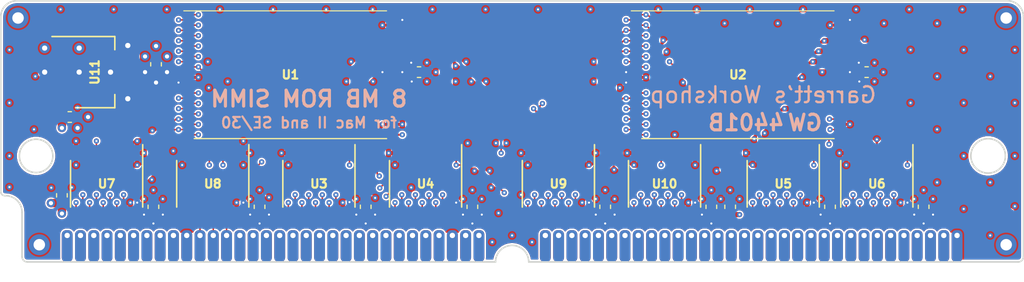
<source format=kicad_pcb>
(kicad_pcb (version 20171130) (host pcbnew "(5.1.5-0-10_14)")
  (layers (0 F.Cu signal) (1 In1.Cu power) (2 In2.Cu signal) (31 B.Cu power) (34 B.Paste user) (35 F.Paste user) (36 B.SilkS user) (37 F.SilkS user) (38 B.Mask user) (39 F.Mask user) (44 Edge.Cuts user))
  (net 0 "")
  (net 1 +5V)
  (net 2 /D0)
  (net 3 /D1)
  (net 4 /~WE~)
  (net 5 /D2)
  (net 6 /D3)
  (net 7 GND)
  (net 8 /D4)
  (net 9 /D5)
  (net 10 /D6)
  (net 11 /A11)
  (net 12 /D7)
  (net 13 /A0)
  (net 14 /A1)
  (net 15 /A2)
  (net 16 /A3)
  (net 17 /A4)
  (net 18 /A5)
  (net 19 /A6)
  (net 20 /A7)
  (net 21 /~CS~)
  (net 22 /~OE~)
  (net 23 /D8)
  (net 24 /D9)
  (net 25 /D10)
  (net 26 /D11)
  (net 27 /D12)
  (net 28 /D13)
  (net 29 /D14)
  (net 30 /D15)
  (net 31 /A8)
  (net 32 /A9)
  (net 33 /A10)
  (net 34 /A12)
  (net 35 /A13)
  (net 36 /A14)
  (net 37 /A15)
  (net 38 /A16)
  (net 39 /A17)
  (net 40 /A18)
  (net 41 /A19)
  (net 42 /A20)
  (net 43 /A21)
  (net 44 /A22)
  (net 45 /D16)
  (net 46 /D17)
  (net 47 /D18)
  (net 48 /D19)
  (net 49 /D20)
  (net 50 /D21)
  (net 51 /D22)
  (net 52 /D23)
  (net 53 /D24)
  (net 54 /D25)
  (net 55 /D26)
  (net 56 /D27)
  (net 57 /D28)
  (net 58 /D29)
  (net 59 /D30)
  (net 60 /D31)
  (net 61 +3V3)
  (net 62 /RD7)
  (net 63 /RD6)
  (net 64 /RD5)
  (net 65 /RD4)
  (net 66 /RD3)
  (net 67 /RD2)
  (net 68 /RD1)
  (net 69 /RD0)
  (net 70 /RD8)
  (net 71 /RD9)
  (net 72 /RD10)
  (net 73 /RD11)
  (net 74 /RD12)
  (net 75 /RD13)
  (net 76 /RD14)
  (net 77 /RD15)
  (net 78 /RD23)
  (net 79 /RD22)
  (net 80 /RD21)
  (net 81 /RD20)
  (net 82 /RD19)
  (net 83 /RD18)
  (net 84 /RD17)
  (net 85 /RD16)
  (net 86 /RD24)
  (net 87 /RD25)
  (net 88 /RD26)
  (net 89 /RD27)
  (net 90 /RD28)
  (net 91 /RD29)
  (net 92 /RD30)
  (net 93 /RD31)
  (net 94 /RA7)
  (net 95 /RA6)
  (net 96 /RA5)
  (net 97 /RA4)
  (net 98 /RA3)
  (net 99 /RA2)
  (net 100 /RA1)
  (net 101 /RA0)
  (net 102 /R~CS~)
  (net 103 /R~OE~)
  (net 104 /R~WE~)
  (net 105 "Net-(U8-Pad5)")
  (net 106 "Net-(U8-Pad7)")
  (net 107 /RA8)
  (net 108 /RA9)
  (net 109 "Net-(U8-Pad13)")
  (net 110 "Net-(U8-Pad15)")
  (net 111 /RA17)
  (net 112 /RA16)
  (net 113 /RA15)
  (net 114 /RA14)
  (net 115 /RA13)
  (net 116 /RA12)
  (net 117 /RA11)
  (net 118 /RA10)
  (net 119 /RA18)
  (net 120 /RA19)
  (net 121 /RA20)
  (net 122 /RA21)
  (net 123 /RA22)
  (net 124 "Net-(U8-Pad8)")
  (net 125 "Net-(U8-Pad9)")
  (net 126 "Net-(U8-Pad11)")
  (net 127 "Net-(U8-Pad12)")
  (net 128 "Net-(U9-Pad13)")
  (net 129 "Net-(U9-Pad7)")
  (net 130 "Net-(U1-Pad15)")
  (net 131 "Net-(U2-Pad15)")
  (net 132 "Net-(U8-Pad3)")
  (net 133 "Net-(U8-Pad17)")
  (net 134 "Net-(J1-Pad63)")
  (module stdpads:C_0603 (layer F.Cu) (at 86.6 108.7 90)
    (fp_text reference C14)
    (fp_text value 2u2)
    (pad 1 smd roundrect (at -0.75 0 90) (size 0.85 0.95) (layers F.Cu F.Paste F.Mask) (net 61 +3V3))
    (pad 2 smd roundrect (at 0.75 0 90) (size 0.85 0.95) (layers F.Cu F.Paste F.Mask) (net 7 GND))
  )
  (module stdpads:MacIIROMSIMM_Edge (layer F.Cu) (at 120.65 127.635)
    (fp_text reference J1 hide)
    (fp_text value ROM)
    (pad 64 thru_hole roundrect (at 42.545 -2.54) (size 1.0414 3.048) (drill 0.508 (offset 0 1.016)) (layers *.Cu *.Mask) (roundrect_rratio 0.4) (net 7 GND))
    (pad 63 thru_hole roundrect (at 41.275 -2.54) (size 1.0414 3.048) (drill 0.508 (offset 0 1.016)) (layers *.Cu *.Mask) (roundrect_rratio 0.4) (net 134 "Net-(J1-Pad63)"))
    (pad 62 thru_hole roundrect (at 40.005 -2.54) (size 1.0414 3.048) (drill 0.508 (offset 0 1.016)) (layers *.Cu *.Mask) (roundrect_rratio 0.4) (net 60 /D31))
    (pad 61 thru_hole roundrect (at 38.735 -2.54) (size 1.0414 3.048) (drill 0.508 (offset 0 1.016)) (layers *.Cu *.Mask) (roundrect_rratio 0.4) (net 59 /D30))
    (pad 60 thru_hole roundrect (at 37.465 -2.54) (size 1.0414 3.048) (drill 0.508 (offset 0 1.016)) (layers *.Cu *.Mask) (roundrect_rratio 0.4) (net 58 /D29))
    (pad 59 thru_hole roundrect (at 36.195 -2.54) (size 1.0414 3.048) (drill 0.508 (offset 0 1.016)) (layers *.Cu *.Mask) (roundrect_rratio 0.4) (net 57 /D28))
    (pad 58 thru_hole roundrect (at 34.925 -2.54) (size 1.0414 3.048) (drill 0.508 (offset 0 1.016)) (layers *.Cu *.Mask) (roundrect_rratio 0.4) (net 56 /D27))
    (pad 57 thru_hole roundrect (at 33.655 -2.54) (size 1.0414 3.048) (drill 0.508 (offset 0 1.016)) (layers *.Cu *.Mask) (roundrect_rratio 0.4) (net 55 /D26))
    (pad 56 thru_hole roundrect (at 32.385 -2.54) (size 1.0414 3.048) (drill 0.508 (offset 0 1.016)) (layers *.Cu *.Mask) (roundrect_rratio 0.4) (net 54 /D25))
    (pad 55 thru_hole roundrect (at 31.115 -2.54) (size 1.0414 3.048) (drill 0.508 (offset 0 1.016)) (layers *.Cu *.Mask) (roundrect_rratio 0.4) (net 53 /D24))
    (pad 54 thru_hole roundrect (at 29.845 -2.54) (size 1.0414 3.048) (drill 0.508 (offset 0 1.016)) (layers *.Cu *.Mask) (roundrect_rratio 0.4) (net 52 /D23))
    (pad 53 thru_hole roundrect (at 28.575 -2.54) (size 1.0414 3.048) (drill 0.508 (offset 0 1.016)) (layers *.Cu *.Mask) (roundrect_rratio 0.4) (net 51 /D22))
    (pad 52 thru_hole roundrect (at 27.305 -2.54) (size 1.0414 3.048) (drill 0.508 (offset 0 1.016)) (layers *.Cu *.Mask) (roundrect_rratio 0.4) (net 50 /D21))
    (pad 51 thru_hole roundrect (at 26.035 -2.54) (size 1.0414 3.048) (drill 0.508 (offset 0 1.016)) (layers *.Cu *.Mask) (roundrect_rratio 0.4) (net 49 /D20))
    (pad 50 thru_hole roundrect (at 24.765 -2.54) (size 1.0414 3.048) (drill 0.508 (offset 0 1.016)) (layers *.Cu *.Mask) (roundrect_rratio 0.4) (net 48 /D19))
    (pad 49 thru_hole roundrect (at 23.495 -2.54) (size 1.0414 3.048) (drill 0.508 (offset 0 1.016)) (layers *.Cu *.Mask) (roundrect_rratio 0.4) (net 47 /D18))
    (pad 48 thru_hole roundrect (at 22.225 -2.54) (size 1.0414 3.048) (drill 0.508 (offset 0 1.016)) (layers *.Cu *.Mask) (roundrect_rratio 0.4) (net 46 /D17))
    (pad 47 thru_hole roundrect (at 20.955 -2.54) (size 1.0414 3.048) (drill 0.508 (offset 0 1.016)) (layers *.Cu *.Mask) (roundrect_rratio 0.4) (net 45 /D16))
    (pad 46 thru_hole roundrect (at 19.685 -2.54) (size 1.0414 3.048) (drill 0.508 (offset 0 1.016)) (layers *.Cu *.Mask) (roundrect_rratio 0.4) (net 1 +5V))
    (pad 45 thru_hole roundrect (at 18.415 -2.54) (size 1.0414 3.048) (drill 0.508 (offset 0 1.016)) (layers *.Cu *.Mask) (roundrect_rratio 0.4) (net 44 /A22))
    (pad 44 thru_hole roundrect (at 17.145 -2.54) (size 1.0414 3.048) (drill 0.508 (offset 0 1.016)) (layers *.Cu *.Mask) (roundrect_rratio 0.4) (net 43 /A21))
    (pad 43 thru_hole roundrect (at 15.875 -2.54) (size 1.0414 3.048) (drill 0.508 (offset 0 1.016)) (layers *.Cu *.Mask) (roundrect_rratio 0.4) (net 42 /A20))
    (pad 42 thru_hole roundrect (at 14.605 -2.54) (size 1.0414 3.048) (drill 0.508 (offset 0 1.016)) (layers *.Cu *.Mask) (roundrect_rratio 0.4) (net 41 /A19))
    (pad 41 thru_hole roundrect (at 13.335 -2.54) (size 1.0414 3.048) (drill 0.508 (offset 0 1.016)) (layers *.Cu *.Mask) (roundrect_rratio 0.4) (net 40 /A18))
    (pad 40 thru_hole roundrect (at 12.065 -2.54) (size 1.0414 3.048) (drill 0.508 (offset 0 1.016)) (layers *.Cu *.Mask) (roundrect_rratio 0.4) (net 39 /A17))
    (pad 39 thru_hole roundrect (at 10.795 -2.54) (size 1.0414 3.048) (drill 0.508 (offset 0 1.016)) (layers *.Cu *.Mask) (roundrect_rratio 0.4) (net 38 /A16))
    (pad 38 thru_hole roundrect (at 9.525 -2.54) (size 1.0414 3.048) (drill 0.508 (offset 0 1.016)) (layers *.Cu *.Mask) (roundrect_rratio 0.4) (net 37 /A15))
    (pad 37 thru_hole roundrect (at 8.255 -2.54) (size 1.0414 3.048) (drill 0.508 (offset 0 1.016)) (layers *.Cu *.Mask) (roundrect_rratio 0.4) (net 36 /A14))
    (pad 36 thru_hole roundrect (at 6.985 -2.54) (size 1.0414 3.048) (drill 0.508 (offset 0 1.016)) (layers *.Cu *.Mask) (roundrect_rratio 0.4) (net 35 /A13))
    (pad 35 thru_hole roundrect (at 5.715 -2.54) (size 1.0414 3.048) (drill 0.508 (offset 0 1.016)) (layers *.Cu *.Mask) (roundrect_rratio 0.4) (net 34 /A12))
    (pad 34 thru_hole roundrect (at 4.445 -2.54) (size 1.0414 3.048) (drill 0.508 (offset 0 1.016)) (layers *.Cu *.Mask) (roundrect_rratio 0.4) (net 11 /A11))
    (pad 33 thru_hole roundrect (at 3.175 -2.54) (size 1.0414 3.048) (drill 0.508 (offset 0 1.016)) (layers *.Cu *.Mask) (roundrect_rratio 0.4) (net 33 /A10))
    (pad 32 thru_hole roundrect (at -3.175 -2.54) (size 1.0414 3.048) (drill 0.508 (offset 0 1.016)) (layers *.Cu *.Mask) (roundrect_rratio 0.4) (net 32 /A9))
    (pad 31 thru_hole roundrect (at -4.445 -2.54) (size 1.0414 3.048) (drill 0.508 (offset 0 1.016)) (layers *.Cu *.Mask) (roundrect_rratio 0.4) (net 31 /A8))
    (pad 30 thru_hole roundrect (at -5.715 -2.54) (size 1.0414 3.048) (drill 0.508 (offset 0 1.016)) (layers *.Cu *.Mask) (roundrect_rratio 0.4) (net 7 GND))
    (pad 29 thru_hole roundrect (at -6.985 -2.54) (size 1.0414 3.048) (drill 0.508 (offset 0 1.016)) (layers *.Cu *.Mask) (roundrect_rratio 0.4) (net 30 /D15))
    (pad 28 thru_hole roundrect (at -8.255 -2.54) (size 1.0414 3.048) (drill 0.508 (offset 0 1.016)) (layers *.Cu *.Mask) (roundrect_rratio 0.4) (net 29 /D14))
    (pad 27 thru_hole roundrect (at -9.525 -2.54) (size 1.0414 3.048) (drill 0.508 (offset 0 1.016)) (layers *.Cu *.Mask) (roundrect_rratio 0.4) (net 28 /D13))
    (pad 26 thru_hole roundrect (at -10.795 -2.54) (size 1.0414 3.048) (drill 0.508 (offset 0 1.016)) (layers *.Cu *.Mask) (roundrect_rratio 0.4) (net 27 /D12))
    (pad 25 thru_hole roundrect (at -12.065 -2.54) (size 1.0414 3.048) (drill 0.508 (offset 0 1.016)) (layers *.Cu *.Mask) (roundrect_rratio 0.4) (net 26 /D11))
    (pad 24 thru_hole roundrect (at -13.335 -2.54) (size 1.0414 3.048) (drill 0.508 (offset 0 1.016)) (layers *.Cu *.Mask) (roundrect_rratio 0.4) (net 25 /D10))
    (pad 23 thru_hole roundrect (at -14.605 -2.54) (size 1.0414 3.048) (drill 0.508 (offset 0 1.016)) (layers *.Cu *.Mask) (roundrect_rratio 0.4) (net 24 /D9))
    (pad 22 thru_hole roundrect (at -15.875 -2.54) (size 1.0414 3.048) (drill 0.508 (offset 0 1.016)) (layers *.Cu *.Mask) (roundrect_rratio 0.4) (net 23 /D8))
    (pad 21 thru_hole roundrect (at -17.145 -2.54) (size 1.0414 3.048) (drill 0.508 (offset 0 1.016)) (layers *.Cu *.Mask) (roundrect_rratio 0.4) (net 12 /D7))
    (pad 20 thru_hole roundrect (at -18.415 -2.54) (size 1.0414 3.048) (drill 0.508 (offset 0 1.016)) (layers *.Cu *.Mask) (roundrect_rratio 0.4) (net 10 /D6))
    (pad 19 thru_hole roundrect (at -19.685 -2.54) (size 1.0414 3.048) (drill 0.508 (offset 0 1.016)) (layers *.Cu *.Mask) (roundrect_rratio 0.4) (net 9 /D5))
    (pad 18 thru_hole roundrect (at -20.955 -2.54) (size 1.0414 3.048) (drill 0.508 (offset 0 1.016)) (layers *.Cu *.Mask) (roundrect_rratio 0.4) (net 8 /D4))
    (pad 17 thru_hole roundrect (at -22.225 -2.54) (size 1.0414 3.048) (drill 0.508 (offset 0 1.016)) (layers *.Cu *.Mask) (roundrect_rratio 0.4) (net 6 /D3))
    (pad 16 thru_hole roundrect (at -23.495 -2.54) (size 1.0414 3.048) (drill 0.508 (offset 0 1.016)) (layers *.Cu *.Mask) (roundrect_rratio 0.4) (net 5 /D2))
    (pad 15 thru_hole roundrect (at -24.765 -2.54) (size 1.0414 3.048) (drill 0.508 (offset 0 1.016)) (layers *.Cu *.Mask) (roundrect_rratio 0.4) (net 3 /D1))
    (pad 14 thru_hole roundrect (at -26.035 -2.54) (size 1.0414 3.048) (drill 0.508 (offset 0 1.016)) (layers *.Cu *.Mask) (roundrect_rratio 0.4) (net 2 /D0))
    (pad 13 thru_hole roundrect (at -27.305 -2.54) (size 1.0414 3.048) (drill 0.508 (offset 0 1.016)) (layers *.Cu *.Mask) (roundrect_rratio 0.4) (net 4 /~WE~))
    (pad 12 thru_hole roundrect (at -28.575 -2.54) (size 1.0414 3.048) (drill 0.508 (offset 0 1.016)) (layers *.Cu *.Mask) (roundrect_rratio 0.4) (net 22 /~OE~))
    (pad 11 thru_hole roundrect (at -29.845 -2.54) (size 1.0414 3.048) (drill 0.508 (offset 0 1.016)) (layers *.Cu *.Mask) (roundrect_rratio 0.4) (net 21 /~CS~))
    (pad 10 thru_hole roundrect (at -31.115 -2.54) (size 1.0414 3.048) (drill 0.508 (offset 0 1.016)) (layers *.Cu *.Mask) (roundrect_rratio 0.4) (net 7 GND))
    (pad 9 thru_hole roundrect (at -32.385 -2.54) (size 1.0414 3.048) (drill 0.508 (offset 0 1.016)) (layers *.Cu *.Mask) (roundrect_rratio 0.4) (net 20 /A7))
    (pad 8 thru_hole roundrect (at -33.655 -2.54) (size 1.0414 3.048) (drill 0.508 (offset 0 1.016)) (layers *.Cu *.Mask) (roundrect_rratio 0.4) (net 19 /A6))
    (pad 7 thru_hole roundrect (at -34.925 -2.54) (size 1.0414 3.048) (drill 0.508 (offset 0 1.016)) (layers *.Cu *.Mask) (roundrect_rratio 0.4) (net 18 /A5))
    (pad 6 thru_hole roundrect (at -36.195 -2.54) (size 1.0414 3.048) (drill 0.508 (offset 0 1.016)) (layers *.Cu *.Mask) (roundrect_rratio 0.4) (net 17 /A4))
    (pad 5 thru_hole roundrect (at -37.465 -2.54) (size 1.0414 3.048) (drill 0.508 (offset 0 1.016)) (layers *.Cu *.Mask) (roundrect_rratio 0.4) (net 16 /A3))
    (pad 4 thru_hole roundrect (at -38.735 -2.54) (size 1.0414 3.048) (drill 0.508 (offset 0 1.016)) (layers *.Cu *.Mask) (roundrect_rratio 0.4) (net 15 /A2))
    (pad 3 thru_hole roundrect (at -40.005 -2.54) (size 1.0414 3.048) (drill 0.508 (offset 0 1.016)) (layers *.Cu *.Mask) (roundrect_rratio 0.4) (net 14 /A1))
    (pad 2 thru_hole roundrect (at -41.275 -2.54) (size 1.0414 3.048) (drill 0.508 (offset 0 1.016)) (layers *.Cu *.Mask) (roundrect_rratio 0.4) (net 13 /A0))
    (pad 1 thru_hole roundrect (at -42.545 -2.54) (size 1.0414 3.048) (drill 0.508 (offset 0 1.016)) (layers *.Cu *.Mask) (roundrect_rratio 0.4) (net 1 +5V))
  )
  (module stdpads:PasteHole_1.1mm_PTH (layer F.Cu) (at 75.438 125.984)
    (fp_text reference H2)
    (fp_text value " " hide)
    (pad 1 thru_hole circle (at 0 0) (size 2 2) (drill 1.1) (layers *.Cu *.Mask) (net 7 GND))
  )
  (module stdpads:PasteHole_1.1mm_PTH (layer F.Cu) (at 167.894 125.984)
    (fp_text reference H3)
    (fp_text value " " hide)
    (pad 1 thru_hole circle (at 0 0) (size 2 2) (drill 1.1) (layers *.Cu *.Mask) (net 7 GND))
  )
  (module stdpads:TSOP-I-48_18.4x12mm_P0.5mm (layer F.Cu) (at 99.45 109.7)
    (fp_text reference U1)
    (fp_text value MX29LV320)
    (fp_text user %R (at 0 0) (layer F.SilkS) (effects (font (size 0.8128 0.8128) (thickness 0.2032))))
    (pad 48 smd roundrect (at 9.75 -5.75) (size 1.1 0.3) (layers F.Cu F.Paste F.Mask) (net 119 /RA18))
    (pad 47 smd roundrect (at 9.75 -5.25) (size 1.1 0.3) (layers F.Cu F.Paste F.Mask) (net 61 +3V3))
    (pad 46 smd roundrect (at 9.75 -4.75) (size 1.1 0.3) (layers F.Cu F.Paste F.Mask) (net 7 GND))
    (pad 45 smd roundrect (at 9.75 -4.25) (size 1.1 0.3) (layers F.Cu F.Paste F.Mask) (net 77 /RD15))
    (pad 44 smd roundrect (at 9.75 -3.75) (size 1.1 0.3) (layers F.Cu F.Paste F.Mask) (net 62 /RD7))
    (pad 43 smd roundrect (at 9.75 -3.25) (size 1.1 0.3) (layers F.Cu F.Paste F.Mask) (net 76 /RD14))
    (pad 42 smd roundrect (at 9.75 -2.75) (size 1.1 0.3) (layers F.Cu F.Paste F.Mask) (net 63 /RD6))
    (pad 41 smd roundrect (at 9.75 -2.25) (size 1.1 0.3) (layers F.Cu F.Paste F.Mask) (net 75 /RD13))
    (pad 40 smd roundrect (at 9.75 -1.75) (size 1.1 0.3) (layers F.Cu F.Paste F.Mask) (net 64 /RD5))
    (pad 39 smd roundrect (at 9.75 -1.25) (size 1.1 0.3) (layers F.Cu F.Paste F.Mask) (net 74 /RD12))
    (pad 38 smd roundrect (at 9.75 -0.75) (size 1.1 0.3) (layers F.Cu F.Paste F.Mask) (net 65 /RD4))
    (pad 37 smd roundrect (at 9.75 -0.25) (size 1.1 0.3) (layers F.Cu F.Paste F.Mask) (net 61 +3V3))
    (pad 36 smd roundrect (at 9.75 0.25) (size 1.1 0.3) (layers F.Cu F.Paste F.Mask) (net 73 /RD11))
    (pad 35 smd roundrect (at 9.75 0.75) (size 1.1 0.3) (layers F.Cu F.Paste F.Mask) (net 66 /RD3))
    (pad 34 smd roundrect (at 9.75 1.25) (size 1.1 0.3) (layers F.Cu F.Paste F.Mask) (net 72 /RD10))
    (pad 33 smd roundrect (at 9.75 1.75) (size 1.1 0.3) (layers F.Cu F.Paste F.Mask) (net 67 /RD2))
    (pad 32 smd roundrect (at 9.75 2.25) (size 1.1 0.3) (layers F.Cu F.Paste F.Mask) (net 71 /RD9))
    (pad 31 smd roundrect (at 9.75 2.75) (size 1.1 0.3) (layers F.Cu F.Paste F.Mask) (net 68 /RD1))
    (pad 30 smd roundrect (at 9.75 3.25) (size 1.1 0.3) (layers F.Cu F.Paste F.Mask) (net 70 /RD8))
    (pad 29 smd roundrect (at 9.75 3.75) (size 1.1 0.3) (layers F.Cu F.Paste F.Mask) (net 69 /RD0))
    (pad 28 smd roundrect (at 9.75 4.25) (size 1.1 0.3) (layers F.Cu F.Paste F.Mask) (net 103 /R~OE~))
    (pad 27 smd roundrect (at 9.75 4.75) (size 1.1 0.3) (layers F.Cu F.Paste F.Mask) (net 7 GND))
    (pad 26 smd roundrect (at 9.75 5.25) (size 1.1 0.3) (layers F.Cu F.Paste F.Mask) (net 102 /R~CS~))
    (pad 24 smd roundrect (at -9.75 5.75) (size 1.1 0.3) (layers F.Cu F.Paste F.Mask) (net 98 /RA3))
    (pad 23 smd roundrect (at -9.75 5.25) (size 1.1 0.3) (layers F.Cu F.Paste F.Mask) (net 97 /RA4))
    (pad 22 smd roundrect (at -9.75 4.75) (size 1.1 0.3) (layers F.Cu F.Paste F.Mask) (net 96 /RA5))
    (pad 21 smd roundrect (at -9.75 4.25) (size 1.1 0.3) (layers F.Cu F.Paste F.Mask) (net 95 /RA6))
    (pad 20 smd roundrect (at -9.75 3.75) (size 1.1 0.3) (layers F.Cu F.Paste F.Mask) (net 94 /RA7))
    (pad 19 smd roundrect (at -9.75 3.25) (size 1.1 0.3) (layers F.Cu F.Paste F.Mask) (net 107 /RA8))
    (pad 18 smd roundrect (at -9.75 2.75) (size 1.1 0.3) (layers F.Cu F.Paste F.Mask) (net 108 /RA9))
    (pad 17 smd roundrect (at -9.75 2.25) (size 1.1 0.3) (layers F.Cu F.Paste F.Mask) (net 120 /RA19))
    (pad 16 smd roundrect (at -9.75 1.75) (size 1.1 0.3) (layers F.Cu F.Paste F.Mask) (net 121 /RA20))
    (pad 15 smd roundrect (at -9.75 1.25) (size 1.1 0.3) (layers F.Cu F.Paste F.Mask) (net 130 "Net-(U1-Pad15)"))
    (pad 14 smd roundrect (at -9.75 0.75) (size 1.1 0.3) (layers F.Cu F.Paste F.Mask) (net 61 +3V3))
    (pad 13 smd roundrect (at -9.75 0.25) (size 1.1 0.3) (layers F.Cu F.Paste F.Mask) (net 7 GND))
    (pad 12 smd roundrect (at -9.75 -0.25) (size 1.1 0.3) (layers F.Cu F.Paste F.Mask) (net 61 +3V3))
    (pad 11 smd roundrect (at -9.75 -0.75) (size 1.1 0.3) (layers F.Cu F.Paste F.Mask) (net 104 /R~WE~))
    (pad 10 smd roundrect (at -9.75 -1.25) (size 1.1 0.3) (layers F.Cu F.Paste F.Mask) (net 123 /RA22))
    (pad 9 smd roundrect (at -9.75 -1.75) (size 1.1 0.3) (layers F.Cu F.Paste F.Mask) (net 122 /RA21))
    (pad 8 smd roundrect (at -9.75 -2.25) (size 1.1 0.3) (layers F.Cu F.Paste F.Mask) (net 118 /RA10))
    (pad 7 smd roundrect (at -9.75 -2.75) (size 1.1 0.3) (layers F.Cu F.Paste F.Mask) (net 117 /RA11))
    (pad 6 smd roundrect (at -9.75 -3.25) (size 1.1 0.3) (layers F.Cu F.Paste F.Mask) (net 116 /RA12))
    (pad 5 smd roundrect (at -9.75 -3.75) (size 1.1 0.3) (layers F.Cu F.Paste F.Mask) (net 115 /RA13))
    (pad 4 smd roundrect (at -9.75 -4.25) (size 1.1 0.3) (layers F.Cu F.Paste F.Mask) (net 114 /RA14))
    (pad 3 smd roundrect (at -9.75 -4.75) (size 1.1 0.3) (layers F.Cu F.Paste F.Mask) (net 113 /RA15))
    (pad 2 smd roundrect (at -9.75 -5.25) (size 1.1 0.3) (layers F.Cu F.Paste F.Mask) (net 112 /RA16))
    (pad 25 smd roundrect (at 9.75 5.75) (size 1.1 0.3) (layers F.Cu F.Paste F.Mask) (net 99 /RA2))
    (pad 1 smd roundrect (at -9.75 -5.75) (size 1.1 0.3) (layers F.Cu F.Paste F.Mask) (net 111 /RA17))
  )
  (module stdpads:TSOP-I-48_18.4x12mm_P0.5mm (layer F.Cu) (at 142.24 109.7)
    (fp_text reference U2)
    (fp_text value MX29LV320)
    (fp_text user %R (at 0 0) (layer F.SilkS) (effects (font (size 0.8128 0.8128) (thickness 0.2032))))
    (pad 48 smd roundrect (at 9.75 -5.75) (size 1.1 0.3) (layers F.Cu F.Paste F.Mask) (net 119 /RA18))
    (pad 47 smd roundrect (at 9.75 -5.25) (size 1.1 0.3) (layers F.Cu F.Paste F.Mask) (net 61 +3V3))
    (pad 46 smd roundrect (at 9.75 -4.75) (size 1.1 0.3) (layers F.Cu F.Paste F.Mask) (net 7 GND))
    (pad 45 smd roundrect (at 9.75 -4.25) (size 1.1 0.3) (layers F.Cu F.Paste F.Mask) (net 93 /RD31))
    (pad 44 smd roundrect (at 9.75 -3.75) (size 1.1 0.3) (layers F.Cu F.Paste F.Mask) (net 78 /RD23))
    (pad 43 smd roundrect (at 9.75 -3.25) (size 1.1 0.3) (layers F.Cu F.Paste F.Mask) (net 92 /RD30))
    (pad 42 smd roundrect (at 9.75 -2.75) (size 1.1 0.3) (layers F.Cu F.Paste F.Mask) (net 79 /RD22))
    (pad 41 smd roundrect (at 9.75 -2.25) (size 1.1 0.3) (layers F.Cu F.Paste F.Mask) (net 91 /RD29))
    (pad 40 smd roundrect (at 9.75 -1.75) (size 1.1 0.3) (layers F.Cu F.Paste F.Mask) (net 80 /RD21))
    (pad 39 smd roundrect (at 9.75 -1.25) (size 1.1 0.3) (layers F.Cu F.Paste F.Mask) (net 90 /RD28))
    (pad 38 smd roundrect (at 9.75 -0.75) (size 1.1 0.3) (layers F.Cu F.Paste F.Mask) (net 81 /RD20))
    (pad 37 smd roundrect (at 9.75 -0.25) (size 1.1 0.3) (layers F.Cu F.Paste F.Mask) (net 61 +3V3))
    (pad 36 smd roundrect (at 9.75 0.25) (size 1.1 0.3) (layers F.Cu F.Paste F.Mask) (net 89 /RD27))
    (pad 35 smd roundrect (at 9.75 0.75) (size 1.1 0.3) (layers F.Cu F.Paste F.Mask) (net 82 /RD19))
    (pad 34 smd roundrect (at 9.75 1.25) (size 1.1 0.3) (layers F.Cu F.Paste F.Mask) (net 88 /RD26))
    (pad 33 smd roundrect (at 9.75 1.75) (size 1.1 0.3) (layers F.Cu F.Paste F.Mask) (net 83 /RD18))
    (pad 32 smd roundrect (at 9.75 2.25) (size 1.1 0.3) (layers F.Cu F.Paste F.Mask) (net 87 /RD25))
    (pad 31 smd roundrect (at 9.75 2.75) (size 1.1 0.3) (layers F.Cu F.Paste F.Mask) (net 84 /RD17))
    (pad 30 smd roundrect (at 9.75 3.25) (size 1.1 0.3) (layers F.Cu F.Paste F.Mask) (net 86 /RD24))
    (pad 29 smd roundrect (at 9.75 3.75) (size 1.1 0.3) (layers F.Cu F.Paste F.Mask) (net 85 /RD16))
    (pad 28 smd roundrect (at 9.75 4.25) (size 1.1 0.3) (layers F.Cu F.Paste F.Mask) (net 103 /R~OE~))
    (pad 27 smd roundrect (at 9.75 4.75) (size 1.1 0.3) (layers F.Cu F.Paste F.Mask) (net 7 GND))
    (pad 26 smd roundrect (at 9.75 5.25) (size 1.1 0.3) (layers F.Cu F.Paste F.Mask) (net 102 /R~CS~))
    (pad 24 smd roundrect (at -9.75 5.75) (size 1.1 0.3) (layers F.Cu F.Paste F.Mask) (net 98 /RA3))
    (pad 23 smd roundrect (at -9.75 5.25) (size 1.1 0.3) (layers F.Cu F.Paste F.Mask) (net 97 /RA4))
    (pad 22 smd roundrect (at -9.75 4.75) (size 1.1 0.3) (layers F.Cu F.Paste F.Mask) (net 96 /RA5))
    (pad 21 smd roundrect (at -9.75 4.25) (size 1.1 0.3) (layers F.Cu F.Paste F.Mask) (net 95 /RA6))
    (pad 20 smd roundrect (at -9.75 3.75) (size 1.1 0.3) (layers F.Cu F.Paste F.Mask) (net 94 /RA7))
    (pad 19 smd roundrect (at -9.75 3.25) (size 1.1 0.3) (layers F.Cu F.Paste F.Mask) (net 107 /RA8))
    (pad 18 smd roundrect (at -9.75 2.75) (size 1.1 0.3) (layers F.Cu F.Paste F.Mask) (net 108 /RA9))
    (pad 17 smd roundrect (at -9.75 2.25) (size 1.1 0.3) (layers F.Cu F.Paste F.Mask) (net 120 /RA19))
    (pad 16 smd roundrect (at -9.75 1.75) (size 1.1 0.3) (layers F.Cu F.Paste F.Mask) (net 121 /RA20))
    (pad 15 smd roundrect (at -9.75 1.25) (size 1.1 0.3) (layers F.Cu F.Paste F.Mask) (net 131 "Net-(U2-Pad15)"))
    (pad 14 smd roundrect (at -9.75 0.75) (size 1.1 0.3) (layers F.Cu F.Paste F.Mask) (net 61 +3V3))
    (pad 13 smd roundrect (at -9.75 0.25) (size 1.1 0.3) (layers F.Cu F.Paste F.Mask) (net 7 GND))
    (pad 12 smd roundrect (at -9.75 -0.25) (size 1.1 0.3) (layers F.Cu F.Paste F.Mask) (net 61 +3V3))
    (pad 11 smd roundrect (at -9.75 -0.75) (size 1.1 0.3) (layers F.Cu F.Paste F.Mask) (net 104 /R~WE~))
    (pad 10 smd roundrect (at -9.75 -1.25) (size 1.1 0.3) (layers F.Cu F.Paste F.Mask) (net 123 /RA22))
    (pad 9 smd roundrect (at -9.75 -1.75) (size 1.1 0.3) (layers F.Cu F.Paste F.Mask) (net 122 /RA21))
    (pad 8 smd roundrect (at -9.75 -2.25) (size 1.1 0.3) (layers F.Cu F.Paste F.Mask) (net 118 /RA10))
    (pad 7 smd roundrect (at -9.75 -2.75) (size 1.1 0.3) (layers F.Cu F.Paste F.Mask) (net 117 /RA11))
    (pad 6 smd roundrect (at -9.75 -3.25) (size 1.1 0.3) (layers F.Cu F.Paste F.Mask) (net 116 /RA12))
    (pad 5 smd roundrect (at -9.75 -3.75) (size 1.1 0.3) (layers F.Cu F.Paste F.Mask) (net 115 /RA13))
    (pad 4 smd roundrect (at -9.75 -4.25) (size 1.1 0.3) (layers F.Cu F.Paste F.Mask) (net 114 /RA14))
    (pad 3 smd roundrect (at -9.75 -4.75) (size 1.1 0.3) (layers F.Cu F.Paste F.Mask) (net 113 /RA15))
    (pad 2 smd roundrect (at -9.75 -5.25) (size 1.1 0.3) (layers F.Cu F.Paste F.Mask) (net 112 /RA16))
    (pad 25 smd roundrect (at 9.75 5.75) (size 1.1 0.3) (layers F.Cu F.Paste F.Mask) (net 99 /RA2))
    (pad 1 smd roundrect (at -9.75 -5.75) (size 1.1 0.3) (layers F.Cu F.Paste F.Mask) (net 111 /RA17))
  )
  (module stdpads:TSSOP-20_4.4x6.5mm_P0.65mm (layer F.Cu) (at 102.175 120.15 270)
    (fp_text reference U3)
    (fp_text value 74AHC245)
    (fp_text user %R (at 0 0) (layer F.SilkS) (effects (font (size 0.8128 0.8128) (thickness 0.2032))))
    (pad 20 smd roundrect (at 2.95 -2.925 270) (size 1.45 0.45) (layers F.Cu F.Paste F.Mask) (net 61 +3V3))
    (pad 19 smd roundrect (at 2.95 -2.275 270) (size 1.45 0.45) (layers F.Cu F.Paste F.Mask) (net 7 GND))
    (pad 18 smd roundrect (at 2.95 -1.625 270) (size 1.45 0.45) (layers F.Cu F.Paste F.Mask) (net 12 /D7))
    (pad 17 smd roundrect (at 2.95 -0.975 270) (size 1.45 0.45) (layers F.Cu F.Paste F.Mask) (net 10 /D6))
    (pad 16 smd roundrect (at 2.95 -0.325 270) (size 1.45 0.45) (layers F.Cu F.Paste F.Mask) (net 9 /D5))
    (pad 15 smd roundrect (at 2.95 0.325 270) (size 1.45 0.45) (layers F.Cu F.Paste F.Mask) (net 8 /D4))
    (pad 14 smd roundrect (at 2.95 0.975 270) (size 1.45 0.45) (layers F.Cu F.Paste F.Mask) (net 6 /D3))
    (pad 13 smd roundrect (at 2.95 1.625 270) (size 1.45 0.45) (layers F.Cu F.Paste F.Mask) (net 5 /D2))
    (pad 12 smd roundrect (at 2.95 2.275 270) (size 1.45 0.45) (layers F.Cu F.Paste F.Mask) (net 3 /D1))
    (pad 11 smd roundrect (at 2.95 2.925 270) (size 1.45 0.45) (layers F.Cu F.Paste F.Mask) (net 2 /D0))
    (pad 10 smd roundrect (at -2.95 2.925 270) (size 1.45 0.45) (layers F.Cu F.Paste F.Mask) (net 7 GND))
    (pad 9 smd roundrect (at -2.95 2.275 270) (size 1.45 0.45) (layers F.Cu F.Paste F.Mask) (net 69 /RD0))
    (pad 8 smd roundrect (at -2.95 1.625 270) (size 1.45 0.45) (layers F.Cu F.Paste F.Mask) (net 68 /RD1))
    (pad 7 smd roundrect (at -2.95 0.975 270) (size 1.45 0.45) (layers F.Cu F.Paste F.Mask) (net 67 /RD2))
    (pad 6 smd roundrect (at -2.95 0.325 270) (size 1.45 0.45) (layers F.Cu F.Paste F.Mask) (net 66 /RD3))
    (pad 5 smd roundrect (at -2.95 -0.325 270) (size 1.45 0.45) (layers F.Cu F.Paste F.Mask) (net 65 /RD4))
    (pad 4 smd roundrect (at -2.95 -0.975 270) (size 1.45 0.45) (layers F.Cu F.Paste F.Mask) (net 64 /RD5))
    (pad 3 smd roundrect (at -2.95 -1.625 270) (size 1.45 0.45) (layers F.Cu F.Paste F.Mask) (net 63 /RD6))
    (pad 2 smd roundrect (at -2.95 -2.275 270) (size 1.45 0.45) (layers F.Cu F.Paste F.Mask) (net 62 /RD7))
    (pad 1 smd roundrect (at -2.95 -2.925 270) (size 1.45 0.45) (layers F.Cu F.Paste F.Mask) (net 4 /~WE~))
  )
  (module stdpads:TSSOP-20_4.4x6.5mm_P0.65mm (layer F.Cu) (at 146.575 120.15 270)
    (fp_text reference U5)
    (fp_text value 74AHC245)
    (fp_text user %R (at 0 0) (layer F.SilkS) (effects (font (size 0.8128 0.8128) (thickness 0.2032))))
    (pad 20 smd roundrect (at 2.95 -2.925 270) (size 1.45 0.45) (layers F.Cu F.Paste F.Mask) (net 61 +3V3))
    (pad 19 smd roundrect (at 2.95 -2.275 270) (size 1.45 0.45) (layers F.Cu F.Paste F.Mask) (net 7 GND))
    (pad 18 smd roundrect (at 2.95 -1.625 270) (size 1.45 0.45) (layers F.Cu F.Paste F.Mask) (net 52 /D23))
    (pad 17 smd roundrect (at 2.95 -0.975 270) (size 1.45 0.45) (layers F.Cu F.Paste F.Mask) (net 51 /D22))
    (pad 16 smd roundrect (at 2.95 -0.325 270) (size 1.45 0.45) (layers F.Cu F.Paste F.Mask) (net 50 /D21))
    (pad 15 smd roundrect (at 2.95 0.325 270) (size 1.45 0.45) (layers F.Cu F.Paste F.Mask) (net 49 /D20))
    (pad 14 smd roundrect (at 2.95 0.975 270) (size 1.45 0.45) (layers F.Cu F.Paste F.Mask) (net 48 /D19))
    (pad 13 smd roundrect (at 2.95 1.625 270) (size 1.45 0.45) (layers F.Cu F.Paste F.Mask) (net 47 /D18))
    (pad 12 smd roundrect (at 2.95 2.275 270) (size 1.45 0.45) (layers F.Cu F.Paste F.Mask) (net 46 /D17))
    (pad 11 smd roundrect (at 2.95 2.925 270) (size 1.45 0.45) (layers F.Cu F.Paste F.Mask) (net 45 /D16))
    (pad 10 smd roundrect (at -2.95 2.925 270) (size 1.45 0.45) (layers F.Cu F.Paste F.Mask) (net 7 GND))
    (pad 9 smd roundrect (at -2.95 2.275 270) (size 1.45 0.45) (layers F.Cu F.Paste F.Mask) (net 85 /RD16))
    (pad 8 smd roundrect (at -2.95 1.625 270) (size 1.45 0.45) (layers F.Cu F.Paste F.Mask) (net 84 /RD17))
    (pad 7 smd roundrect (at -2.95 0.975 270) (size 1.45 0.45) (layers F.Cu F.Paste F.Mask) (net 83 /RD18))
    (pad 6 smd roundrect (at -2.95 0.325 270) (size 1.45 0.45) (layers F.Cu F.Paste F.Mask) (net 82 /RD19))
    (pad 5 smd roundrect (at -2.95 -0.325 270) (size 1.45 0.45) (layers F.Cu F.Paste F.Mask) (net 81 /RD20))
    (pad 4 smd roundrect (at -2.95 -0.975 270) (size 1.45 0.45) (layers F.Cu F.Paste F.Mask) (net 80 /RD21))
    (pad 3 smd roundrect (at -2.95 -1.625 270) (size 1.45 0.45) (layers F.Cu F.Paste F.Mask) (net 79 /RD22))
    (pad 2 smd roundrect (at -2.95 -2.275 270) (size 1.45 0.45) (layers F.Cu F.Paste F.Mask) (net 78 /RD23))
    (pad 1 smd roundrect (at -2.95 -2.925 270) (size 1.45 0.45) (layers F.Cu F.Paste F.Mask) (net 4 /~WE~))
  )
  (module stdpads:C_0603 (layer F.Cu) (at 77.6 121.25 90)
    (fp_text reference C1)
    (fp_text value 2u2)
    (pad 1 smd roundrect (at -0.75 0 90) (size 0.85 0.95) (layers F.Cu F.Paste F.Mask) (net 1 +5V))
    (pad 2 smd roundrect (at 0.75 0 90) (size 0.85 0.95) (layers F.Cu F.Paste F.Mask) (net 7 GND))
  )
  (module stdpads:C_0603 (layer F.Cu) (at 141.5 122.35 90)
    (fp_text reference C2)
    (fp_text value 2u2)
    (pad 2 smd roundrect (at 0.75 0 90) (size 0.85 0.95) (layers F.Cu F.Paste F.Mask) (net 7 GND))
    (pad 1 smd roundrect (at -0.75 0 90) (size 0.85 0.95) (layers F.Cu F.Paste F.Mask) (net 1 +5V))
  )
  (module stdpads:C_0603 (layer F.Cu) (at 78.35 113.75)
    (fp_text reference C3)
    (fp_text value 2u2)
    (pad 1 smd roundrect (at -0.75 0) (size 0.85 0.95) (layers F.Cu F.Paste F.Mask) (net 1 +5V))
    (pad 2 smd roundrect (at 0.75 0) (size 0.85 0.95) (layers F.Cu F.Paste F.Mask) (net 7 GND))
  )
  (module stdpads:C_0603 (layer F.Cu) (at 111.75 109.45)
    (fp_text reference C4)
    (fp_text value 2u2)
    (pad 1 smd roundrect (at -0.75 0) (size 0.85 0.95) (layers F.Cu F.Paste F.Mask) (net 61 +3V3))
    (pad 2 smd roundrect (at 0.75 0) (size 0.85 0.95) (layers F.Cu F.Paste F.Mask) (net 7 GND))
  )
  (module stdpads:C_0603 (layer F.Cu) (at 154.55 109.45)
    (fp_text reference C5)
    (fp_text value 2u2)
    (pad 1 smd roundrect (at -0.75 0) (size 0.85 0.95) (layers F.Cu F.Paste F.Mask) (net 61 +3V3))
    (pad 2 smd roundrect (at 0.75 0) (size 0.85 0.95) (layers F.Cu F.Paste F.Mask) (net 7 GND))
  )
  (module stdpads:C_0603 (layer F.Cu) (at 86.35 122.35 90)
    (fp_text reference C6)
    (fp_text value 2u2)
    (pad 2 smd roundrect (at 0.75 0 90) (size 0.85 0.95) (layers F.Cu F.Paste F.Mask) (net 7 GND))
    (pad 1 smd roundrect (at -0.75 0 90) (size 0.85 0.95) (layers F.Cu F.Paste F.Mask) (net 61 +3V3))
  )
  (module stdpads:C_0603 (layer F.Cu) (at 96.5 122.35 90)
    (fp_text reference C7)
    (fp_text value 2u2)
    (pad 2 smd roundrect (at 0.75 0 90) (size 0.85 0.95) (layers F.Cu F.Paste F.Mask) (net 7 GND))
    (pad 1 smd roundrect (at -0.75 0 90) (size 0.85 0.95) (layers F.Cu F.Paste F.Mask) (net 61 +3V3))
  )
  (module stdpads:C_0603 (layer F.Cu) (at 116.85 122.35 90)
    (fp_text reference C9)
    (fp_text value 2u2)
    (pad 2 smd roundrect (at 0.75 0 90) (size 0.85 0.95) (layers F.Cu F.Paste F.Mask) (net 7 GND))
    (pad 1 smd roundrect (at -0.75 0 90) (size 0.85 0.95) (layers F.Cu F.Paste F.Mask) (net 61 +3V3))
  )
  (module stdpads:C_0603 (layer F.Cu) (at 129.55 122.35 90)
    (fp_text reference C10)
    (fp_text value 2u2)
    (pad 1 smd roundrect (at -0.75 0 90) (size 0.85 0.95) (layers F.Cu F.Paste F.Mask) (net 61 +3V3))
    (pad 2 smd roundrect (at 0.75 0 90) (size 0.85 0.95) (layers F.Cu F.Paste F.Mask) (net 7 GND))
  )
  (module stdpads:C_0603 (layer F.Cu) (at 139.7 122.35 90)
    (fp_text reference C11)
    (fp_text value 2u2)
    (pad 2 smd roundrect (at 0.75 0 90) (size 0.85 0.95) (layers F.Cu F.Paste F.Mask) (net 7 GND))
    (pad 1 smd roundrect (at -0.75 0 90) (size 0.85 0.95) (layers F.Cu F.Paste F.Mask) (net 61 +3V3))
  )
  (module stdpads:C_0603 (layer F.Cu) (at 151.05 122.35 90)
    (fp_text reference C12)
    (fp_text value 2u2)
    (pad 1 smd roundrect (at -0.75 0 90) (size 0.85 0.95) (layers F.Cu F.Paste F.Mask) (net 61 +3V3))
    (pad 2 smd roundrect (at 0.75 0 90) (size 0.85 0.95) (layers F.Cu F.Paste F.Mask) (net 7 GND))
  )
  (module stdpads:C_0603 (layer F.Cu) (at 160 122.35 90)
    (fp_text reference C13)
    (fp_text value 2u2)
    (pad 2 smd roundrect (at 0.75 0 90) (size 0.85 0.95) (layers F.Cu F.Paste F.Mask) (net 7 GND))
    (pad 1 smd roundrect (at -0.75 0 90) (size 0.85 0.95) (layers F.Cu F.Paste F.Mask) (net 61 +3V3))
  )
  (module stdpads:TSSOP-20_4.4x6.5mm_P0.65mm (layer F.Cu) (at 112.375 120.15 270)
    (fp_text reference U4)
    (fp_text value 74AHC245)
    (fp_text user %R (at 0 0) (layer F.SilkS) (effects (font (size 0.8128 0.8128) (thickness 0.2032))))
    (pad 1 smd roundrect (at -2.95 -2.925 270) (size 1.45 0.45) (layers F.Cu F.Paste F.Mask) (net 4 /~WE~))
    (pad 2 smd roundrect (at -2.95 -2.275 270) (size 1.45 0.45) (layers F.Cu F.Paste F.Mask) (net 77 /RD15))
    (pad 3 smd roundrect (at -2.95 -1.625 270) (size 1.45 0.45) (layers F.Cu F.Paste F.Mask) (net 76 /RD14))
    (pad 4 smd roundrect (at -2.95 -0.975 270) (size 1.45 0.45) (layers F.Cu F.Paste F.Mask) (net 75 /RD13))
    (pad 5 smd roundrect (at -2.95 -0.325 270) (size 1.45 0.45) (layers F.Cu F.Paste F.Mask) (net 74 /RD12))
    (pad 6 smd roundrect (at -2.95 0.325 270) (size 1.45 0.45) (layers F.Cu F.Paste F.Mask) (net 73 /RD11))
    (pad 7 smd roundrect (at -2.95 0.975 270) (size 1.45 0.45) (layers F.Cu F.Paste F.Mask) (net 72 /RD10))
    (pad 8 smd roundrect (at -2.95 1.625 270) (size 1.45 0.45) (layers F.Cu F.Paste F.Mask) (net 71 /RD9))
    (pad 9 smd roundrect (at -2.95 2.275 270) (size 1.45 0.45) (layers F.Cu F.Paste F.Mask) (net 70 /RD8))
    (pad 10 smd roundrect (at -2.95 2.925 270) (size 1.45 0.45) (layers F.Cu F.Paste F.Mask) (net 7 GND))
    (pad 11 smd roundrect (at 2.95 2.925 270) (size 1.45 0.45) (layers F.Cu F.Paste F.Mask) (net 23 /D8))
    (pad 12 smd roundrect (at 2.95 2.275 270) (size 1.45 0.45) (layers F.Cu F.Paste F.Mask) (net 24 /D9))
    (pad 13 smd roundrect (at 2.95 1.625 270) (size 1.45 0.45) (layers F.Cu F.Paste F.Mask) (net 25 /D10))
    (pad 14 smd roundrect (at 2.95 0.975 270) (size 1.45 0.45) (layers F.Cu F.Paste F.Mask) (net 26 /D11))
    (pad 15 smd roundrect (at 2.95 0.325 270) (size 1.45 0.45) (layers F.Cu F.Paste F.Mask) (net 27 /D12))
    (pad 16 smd roundrect (at 2.95 -0.325 270) (size 1.45 0.45) (layers F.Cu F.Paste F.Mask) (net 28 /D13))
    (pad 17 smd roundrect (at 2.95 -0.975 270) (size 1.45 0.45) (layers F.Cu F.Paste F.Mask) (net 29 /D14))
    (pad 18 smd roundrect (at 2.95 -1.625 270) (size 1.45 0.45) (layers F.Cu F.Paste F.Mask) (net 30 /D15))
    (pad 19 smd roundrect (at 2.95 -2.275 270) (size 1.45 0.45) (layers F.Cu F.Paste F.Mask) (net 7 GND))
    (pad 20 smd roundrect (at 2.95 -2.925 270) (size 1.45 0.45) (layers F.Cu F.Paste F.Mask) (net 61 +3V3))
  )
  (module stdpads:TSSOP-20_4.4x6.5mm_P0.65mm (layer F.Cu) (at 155.525 120.15 270)
    (fp_text reference U6)
    (fp_text value 74AHC245)
    (fp_text user %R (at 0 0) (layer F.SilkS) (effects (font (size 0.8128 0.8128) (thickness 0.2032))))
    (pad 1 smd roundrect (at -2.95 -2.925 270) (size 1.45 0.45) (layers F.Cu F.Paste F.Mask) (net 4 /~WE~))
    (pad 2 smd roundrect (at -2.95 -2.275 270) (size 1.45 0.45) (layers F.Cu F.Paste F.Mask) (net 93 /RD31))
    (pad 3 smd roundrect (at -2.95 -1.625 270) (size 1.45 0.45) (layers F.Cu F.Paste F.Mask) (net 92 /RD30))
    (pad 4 smd roundrect (at -2.95 -0.975 270) (size 1.45 0.45) (layers F.Cu F.Paste F.Mask) (net 91 /RD29))
    (pad 5 smd roundrect (at -2.95 -0.325 270) (size 1.45 0.45) (layers F.Cu F.Paste F.Mask) (net 90 /RD28))
    (pad 6 smd roundrect (at -2.95 0.325 270) (size 1.45 0.45) (layers F.Cu F.Paste F.Mask) (net 89 /RD27))
    (pad 7 smd roundrect (at -2.95 0.975 270) (size 1.45 0.45) (layers F.Cu F.Paste F.Mask) (net 88 /RD26))
    (pad 8 smd roundrect (at -2.95 1.625 270) (size 1.45 0.45) (layers F.Cu F.Paste F.Mask) (net 87 /RD25))
    (pad 9 smd roundrect (at -2.95 2.275 270) (size 1.45 0.45) (layers F.Cu F.Paste F.Mask) (net 86 /RD24))
    (pad 10 smd roundrect (at -2.95 2.925 270) (size 1.45 0.45) (layers F.Cu F.Paste F.Mask) (net 7 GND))
    (pad 11 smd roundrect (at 2.95 2.925 270) (size 1.45 0.45) (layers F.Cu F.Paste F.Mask) (net 53 /D24))
    (pad 12 smd roundrect (at 2.95 2.275 270) (size 1.45 0.45) (layers F.Cu F.Paste F.Mask) (net 54 /D25))
    (pad 13 smd roundrect (at 2.95 1.625 270) (size 1.45 0.45) (layers F.Cu F.Paste F.Mask) (net 55 /D26))
    (pad 14 smd roundrect (at 2.95 0.975 270) (size 1.45 0.45) (layers F.Cu F.Paste F.Mask) (net 56 /D27))
    (pad 15 smd roundrect (at 2.95 0.325 270) (size 1.45 0.45) (layers F.Cu F.Paste F.Mask) (net 57 /D28))
    (pad 16 smd roundrect (at 2.95 -0.325 270) (size 1.45 0.45) (layers F.Cu F.Paste F.Mask) (net 58 /D29))
    (pad 17 smd roundrect (at 2.95 -0.975 270) (size 1.45 0.45) (layers F.Cu F.Paste F.Mask) (net 59 /D30))
    (pad 18 smd roundrect (at 2.95 -1.625 270) (size 1.45 0.45) (layers F.Cu F.Paste F.Mask) (net 60 /D31))
    (pad 19 smd roundrect (at 2.95 -2.275 270) (size 1.45 0.45) (layers F.Cu F.Paste F.Mask) (net 7 GND))
    (pad 20 smd roundrect (at 2.95 -2.925 270) (size 1.45 0.45) (layers F.Cu F.Paste F.Mask) (net 61 +3V3))
  )
  (module stdpads:TSSOP-20_4.4x6.5mm_P0.65mm (layer F.Cu) (at 81.875 120.15 270)
    (fp_text reference U7)
    (fp_text value 74AHC245)
    (fp_text user %R (at 0 0) (layer F.SilkS) (effects (font (size 0.8128 0.8128) (thickness 0.2032))))
    (pad 20 smd roundrect (at 2.95 -2.925 270) (size 1.45 0.45) (layers F.Cu F.Paste F.Mask) (net 61 +3V3))
    (pad 19 smd roundrect (at 2.95 -2.275 270) (size 1.45 0.45) (layers F.Cu F.Paste F.Mask) (net 7 GND))
    (pad 18 smd roundrect (at 2.95 -1.625 270) (size 1.45 0.45) (layers F.Cu F.Paste F.Mask) (net 20 /A7))
    (pad 17 smd roundrect (at 2.95 -0.975 270) (size 1.45 0.45) (layers F.Cu F.Paste F.Mask) (net 19 /A6))
    (pad 16 smd roundrect (at 2.95 -0.325 270) (size 1.45 0.45) (layers F.Cu F.Paste F.Mask) (net 18 /A5))
    (pad 15 smd roundrect (at 2.95 0.325 270) (size 1.45 0.45) (layers F.Cu F.Paste F.Mask) (net 17 /A4))
    (pad 14 smd roundrect (at 2.95 0.975 270) (size 1.45 0.45) (layers F.Cu F.Paste F.Mask) (net 16 /A3))
    (pad 13 smd roundrect (at 2.95 1.625 270) (size 1.45 0.45) (layers F.Cu F.Paste F.Mask) (net 15 /A2))
    (pad 12 smd roundrect (at 2.95 2.275 270) (size 1.45 0.45) (layers F.Cu F.Paste F.Mask) (net 14 /A1))
    (pad 11 smd roundrect (at 2.95 2.925 270) (size 1.45 0.45) (layers F.Cu F.Paste F.Mask) (net 13 /A0))
    (pad 10 smd roundrect (at -2.95 2.925 270) (size 1.45 0.45) (layers F.Cu F.Paste F.Mask) (net 7 GND))
    (pad 9 smd roundrect (at -2.95 2.275 270) (size 1.45 0.45) (layers F.Cu F.Paste F.Mask) (net 101 /RA0))
    (pad 8 smd roundrect (at -2.95 1.625 270) (size 1.45 0.45) (layers F.Cu F.Paste F.Mask) (net 100 /RA1))
    (pad 7 smd roundrect (at -2.95 0.975 270) (size 1.45 0.45) (layers F.Cu F.Paste F.Mask) (net 99 /RA2))
    (pad 6 smd roundrect (at -2.95 0.325 270) (size 1.45 0.45) (layers F.Cu F.Paste F.Mask) (net 98 /RA3))
    (pad 5 smd roundrect (at -2.95 -0.325 270) (size 1.45 0.45) (layers F.Cu F.Paste F.Mask) (net 97 /RA4))
    (pad 4 smd roundrect (at -2.95 -0.975 270) (size 1.45 0.45) (layers F.Cu F.Paste F.Mask) (net 96 /RA5))
    (pad 3 smd roundrect (at -2.95 -1.625 270) (size 1.45 0.45) (layers F.Cu F.Paste F.Mask) (net 95 /RA6))
    (pad 2 smd roundrect (at -2.95 -2.275 270) (size 1.45 0.45) (layers F.Cu F.Paste F.Mask) (net 94 /RA7))
    (pad 1 smd roundrect (at -2.95 -2.925 270) (size 1.45 0.45) (layers F.Cu F.Paste F.Mask) (net 7 GND))
  )
  (module stdpads:TSSOP-20_4.4x6.5mm_P0.65mm (layer F.Cu) (at 92.025 120.15 270)
    (fp_text reference U8)
    (fp_text value 74AHC245)
    (fp_text user %R (at 0 0) (layer F.SilkS) (effects (font (size 0.8128 0.8128) (thickness 0.2032))))
    (pad 1 smd roundrect (at -2.95 -2.925 270) (size 1.45 0.45) (layers F.Cu F.Paste F.Mask) (net 7 GND))
    (pad 2 smd roundrect (at -2.95 -2.275 270) (size 1.45 0.45) (layers F.Cu F.Paste F.Mask) (net 104 /R~WE~))
    (pad 3 smd roundrect (at -2.95 -1.625 270) (size 1.45 0.45) (layers F.Cu F.Paste F.Mask) (net 132 "Net-(U8-Pad3)"))
    (pad 4 smd roundrect (at -2.95 -0.975 270) (size 1.45 0.45) (layers F.Cu F.Paste F.Mask) (net 103 /R~OE~))
    (pad 5 smd roundrect (at -2.95 -0.325 270) (size 1.45 0.45) (layers F.Cu F.Paste F.Mask) (net 105 "Net-(U8-Pad5)"))
    (pad 6 smd roundrect (at -2.95 0.325 270) (size 1.45 0.45) (layers F.Cu F.Paste F.Mask) (net 102 /R~CS~))
    (pad 7 smd roundrect (at -2.95 0.975 270) (size 1.45 0.45) (layers F.Cu F.Paste F.Mask) (net 106 "Net-(U8-Pad7)"))
    (pad 8 smd roundrect (at -2.95 1.625 270) (size 1.45 0.45) (layers F.Cu F.Paste F.Mask) (net 124 "Net-(U8-Pad8)"))
    (pad 9 smd roundrect (at -2.95 2.275 270) (size 1.45 0.45) (layers F.Cu F.Paste F.Mask) (net 125 "Net-(U8-Pad9)"))
    (pad 10 smd roundrect (at -2.95 2.925 270) (size 1.45 0.45) (layers F.Cu F.Paste F.Mask) (net 7 GND))
    (pad 11 smd roundrect (at 2.95 2.925 270) (size 1.45 0.45) (layers F.Cu F.Paste F.Mask) (net 126 "Net-(U8-Pad11)"))
    (pad 12 smd roundrect (at 2.95 2.275 270) (size 1.45 0.45) (layers F.Cu F.Paste F.Mask) (net 127 "Net-(U8-Pad12)"))
    (pad 13 smd roundrect (at 2.95 1.625 270) (size 1.45 0.45) (layers F.Cu F.Paste F.Mask) (net 109 "Net-(U8-Pad13)"))
    (pad 14 smd roundrect (at 2.95 0.975 270) (size 1.45 0.45) (layers F.Cu F.Paste F.Mask) (net 21 /~CS~))
    (pad 15 smd roundrect (at 2.95 0.325 270) (size 1.45 0.45) (layers F.Cu F.Paste F.Mask) (net 110 "Net-(U8-Pad15)"))
    (pad 16 smd roundrect (at 2.95 -0.325 270) (size 1.45 0.45) (layers F.Cu F.Paste F.Mask) (net 22 /~OE~))
    (pad 17 smd roundrect (at 2.95 -0.975 270) (size 1.45 0.45) (layers F.Cu F.Paste F.Mask) (net 133 "Net-(U8-Pad17)"))
    (pad 18 smd roundrect (at 2.95 -1.625 270) (size 1.45 0.45) (layers F.Cu F.Paste F.Mask) (net 4 /~WE~))
    (pad 19 smd roundrect (at 2.95 -2.275 270) (size 1.45 0.45) (layers F.Cu F.Paste F.Mask) (net 7 GND))
    (pad 20 smd roundrect (at 2.95 -2.925 270) (size 1.45 0.45) (layers F.Cu F.Paste F.Mask) (net 61 +3V3))
  )
  (module stdpads:TSSOP-20_4.4x6.5mm_P0.65mm (layer F.Cu) (at 125.075 120.15 270)
    (fp_text reference U9)
    (fp_text value 74AHC245)
    (fp_text user %R (at 0 0) (layer F.SilkS) (effects (font (size 0.8128 0.8128) (thickness 0.2032))))
    (pad 20 smd roundrect (at 2.95 -2.925 270) (size 1.45 0.45) (layers F.Cu F.Paste F.Mask) (net 61 +3V3))
    (pad 19 smd roundrect (at 2.95 -2.275 270) (size 1.45 0.45) (layers F.Cu F.Paste F.Mask) (net 7 GND))
    (pad 18 smd roundrect (at 2.95 -1.625 270) (size 1.45 0.45) (layers F.Cu F.Paste F.Mask) (net 36 /A14))
    (pad 17 smd roundrect (at 2.95 -0.975 270) (size 1.45 0.45) (layers F.Cu F.Paste F.Mask) (net 35 /A13))
    (pad 16 smd roundrect (at 2.95 -0.325 270) (size 1.45 0.45) (layers F.Cu F.Paste F.Mask) (net 34 /A12))
    (pad 15 smd roundrect (at 2.95 0.325 270) (size 1.45 0.45) (layers F.Cu F.Paste F.Mask) (net 11 /A11))
    (pad 14 smd roundrect (at 2.95 0.975 270) (size 1.45 0.45) (layers F.Cu F.Paste F.Mask) (net 33 /A10))
    (pad 13 smd roundrect (at 2.95 1.625 270) (size 1.45 0.45) (layers F.Cu F.Paste F.Mask) (net 128 "Net-(U9-Pad13)"))
    (pad 12 smd roundrect (at 2.95 2.275 270) (size 1.45 0.45) (layers F.Cu F.Paste F.Mask) (net 32 /A9))
    (pad 11 smd roundrect (at 2.95 2.925 270) (size 1.45 0.45) (layers F.Cu F.Paste F.Mask) (net 31 /A8))
    (pad 10 smd roundrect (at -2.95 2.925 270) (size 1.45 0.45) (layers F.Cu F.Paste F.Mask) (net 7 GND))
    (pad 9 smd roundrect (at -2.95 2.275 270) (size 1.45 0.45) (layers F.Cu F.Paste F.Mask) (net 107 /RA8))
    (pad 8 smd roundrect (at -2.95 1.625 270) (size 1.45 0.45) (layers F.Cu F.Paste F.Mask) (net 108 /RA9))
    (pad 7 smd roundrect (at -2.95 0.975 270) (size 1.45 0.45) (layers F.Cu F.Paste F.Mask) (net 129 "Net-(U9-Pad7)"))
    (pad 6 smd roundrect (at -2.95 0.325 270) (size 1.45 0.45) (layers F.Cu F.Paste F.Mask) (net 118 /RA10))
    (pad 5 smd roundrect (at -2.95 -0.325 270) (size 1.45 0.45) (layers F.Cu F.Paste F.Mask) (net 117 /RA11))
    (pad 4 smd roundrect (at -2.95 -0.975 270) (size 1.45 0.45) (layers F.Cu F.Paste F.Mask) (net 116 /RA12))
    (pad 3 smd roundrect (at -2.95 -1.625 270) (size 1.45 0.45) (layers F.Cu F.Paste F.Mask) (net 115 /RA13))
    (pad 2 smd roundrect (at -2.95 -2.275 270) (size 1.45 0.45) (layers F.Cu F.Paste F.Mask) (net 114 /RA14))
    (pad 1 smd roundrect (at -2.95 -2.925 270) (size 1.45 0.45) (layers F.Cu F.Paste F.Mask) (net 7 GND))
  )
  (module stdpads:TSSOP-20_4.4x6.5mm_P0.65mm (layer F.Cu) (at 135.225 120.15 270)
    (fp_text reference U10)
    (fp_text value 74AHC245)
    (fp_text user %R (at 0 0) (layer F.SilkS) (effects (font (size 0.8128 0.8128) (thickness 0.2032))))
    (pad 1 smd roundrect (at -2.95 -2.925 270) (size 1.45 0.45) (layers F.Cu F.Paste F.Mask) (net 7 GND))
    (pad 2 smd roundrect (at -2.95 -2.275 270) (size 1.45 0.45) (layers F.Cu F.Paste F.Mask) (net 123 /RA22))
    (pad 3 smd roundrect (at -2.95 -1.625 270) (size 1.45 0.45) (layers F.Cu F.Paste F.Mask) (net 122 /RA21))
    (pad 4 smd roundrect (at -2.95 -0.975 270) (size 1.45 0.45) (layers F.Cu F.Paste F.Mask) (net 121 /RA20))
    (pad 5 smd roundrect (at -2.95 -0.325 270) (size 1.45 0.45) (layers F.Cu F.Paste F.Mask) (net 120 /RA19))
    (pad 6 smd roundrect (at -2.95 0.325 270) (size 1.45 0.45) (layers F.Cu F.Paste F.Mask) (net 119 /RA18))
    (pad 7 smd roundrect (at -2.95 0.975 270) (size 1.45 0.45) (layers F.Cu F.Paste F.Mask) (net 111 /RA17))
    (pad 8 smd roundrect (at -2.95 1.625 270) (size 1.45 0.45) (layers F.Cu F.Paste F.Mask) (net 112 /RA16))
    (pad 9 smd roundrect (at -2.95 2.275 270) (size 1.45 0.45) (layers F.Cu F.Paste F.Mask) (net 113 /RA15))
    (pad 10 smd roundrect (at -2.95 2.925 270) (size 1.45 0.45) (layers F.Cu F.Paste F.Mask) (net 7 GND))
    (pad 11 smd roundrect (at 2.95 2.925 270) (size 1.45 0.45) (layers F.Cu F.Paste F.Mask) (net 37 /A15))
    (pad 12 smd roundrect (at 2.95 2.275 270) (size 1.45 0.45) (layers F.Cu F.Paste F.Mask) (net 38 /A16))
    (pad 13 smd roundrect (at 2.95 1.625 270) (size 1.45 0.45) (layers F.Cu F.Paste F.Mask) (net 39 /A17))
    (pad 14 smd roundrect (at 2.95 0.975 270) (size 1.45 0.45) (layers F.Cu F.Paste F.Mask) (net 40 /A18))
    (pad 15 smd roundrect (at 2.95 0.325 270) (size 1.45 0.45) (layers F.Cu F.Paste F.Mask) (net 41 /A19))
    (pad 16 smd roundrect (at 2.95 -0.325 270) (size 1.45 0.45) (layers F.Cu F.Paste F.Mask) (net 42 /A20))
    (pad 17 smd roundrect (at 2.95 -0.975 270) (size 1.45 0.45) (layers F.Cu F.Paste F.Mask) (net 43 /A21))
    (pad 18 smd roundrect (at 2.95 -1.625 270) (size 1.45 0.45) (layers F.Cu F.Paste F.Mask) (net 44 /A22))
    (pad 19 smd roundrect (at 2.95 -2.275 270) (size 1.45 0.45) (layers F.Cu F.Paste F.Mask) (net 7 GND))
    (pad 20 smd roundrect (at 2.95 -2.925 270) (size 1.45 0.45) (layers F.Cu F.Paste F.Mask) (net 61 +3V3))
  )
  (module stdpads:SOT-223 (layer F.Cu) (at 80.75 109.45)
    (fp_text reference U11 (at 0 0 90) (layer F.SilkS) (effects (font (size 0.8128 0.8128) (thickness 0.2032))))
    (fp_text value LD1117S33)
    (pad 1 smd roundrect (at -3.15 -2.3) (size 2 1.5) (layers F.Cu F.Paste F.Mask) (roundrect_rratio 0.2) (net 7 GND))
    (pad 3 smd roundrect (at -3.15 2.3) (size 2 1.5) (layers F.Cu F.Paste F.Mask) (roundrect_rratio 0.2) (net 1 +5V))
    (pad 2 smd roundrect (at -3.15 0) (size 2 1.5) (layers F.Cu F.Paste F.Mask) (roundrect_rratio 0.2) (net 61 +3V3))
    (pad 2 smd roundrect (at 3.15 0) (size 2 3.8) (layers F.Cu F.Paste F.Mask) (roundrect_rratio 0.15) (net 61 +3V3))
  )
  (module stdpads:C_0603 (layer F.Cu) (at 106.65 122.35 90)
    (fp_text reference C8)
    (fp_text value 2u2)
    (pad 1 smd roundrect (at -0.75 0 90) (size 0.85 0.95) (layers F.Cu F.Paste F.Mask) (net 61 +3V3))
    (pad 2 smd roundrect (at 0.75 0 90) (size 0.85 0.95) (layers F.Cu F.Paste F.Mask) (net 7 GND))
  )
  (module stdpads:Fiducial (layer F.Cu) (at 75.438 123.444)
    (fp_text reference FID2 hide)
    (fp_text value Fiducial hide)
    (pad ~ smd circle (at 0 0) (size 1 1) (layers F.Cu F.Mask) (clearance 0.575))
  )
  (module stdpads:Fiducial (layer F.Cu) (at 167.894 123.444)
    (fp_text reference FID3 hide)
    (fp_text value Fiducial hide)
    (pad ~ smd circle (at 0 0) (size 1 1) (layers F.Cu F.Mask) (clearance 0.575))
  )
  (module stdpads:Fiducial (layer F.Cu) (at 165.354 104.267)
    (fp_text reference FID4 hide)
    (fp_text value Fiducial hide)
    (pad ~ smd circle (at 0 0) (size 1 1) (layers F.Cu F.Mask) (clearance 0.575))
  )
  (module stdpads:Fiducial (layer F.Cu) (at 75.946 104.267)
    (fp_text reference FID1 hide)
    (fp_text value Fiducial hide)
    (pad ~ smd circle (at 0 0) (size 1 1) (layers F.Cu F.Mask) (clearance 0.575))
  )
  (module stdpads:PasteHole_1.1mm_PTH (layer F.Cu) (at 73.406 104.267)
    (fp_text reference H1)
    (fp_text value " " hide)
    (pad 1 thru_hole circle (at 0 0) (size 2 2) (drill 1.1) (layers *.Cu *.Mask) (net 7 GND))
  )
  (module stdpads:PasteHole_1.1mm_PTH (layer F.Cu) (at 167.894 104.267)
    (fp_text reference H4)
    (fp_text value " " hide)
    (pad 1 thru_hole circle (at 0 0) (size 2 2) (drill 1.1) (layers *.Cu *.Mask) (net 7 GND))
  )
  (gr_text 4401B (at 146.833286 114.3) (layer B.SilkS) (effects (font (size 1.5 1.5) (thickness 0.3)) (justify left mirror)))
  (gr_text GW (at 146.853714 114.3) (layer B.SilkS) (effects (font (size 1.5 1.5) (thickness 0.3)) (justify right mirror)))
  (gr_text "8 MB ROM SIMM" (at 101.219 112.014) (layer B.SilkS) (effects (font (size 1.524 1.524) (thickness 0.3)) (justify mirror)))
  (gr_text "Garrett’s Workshop" (at 144.653 111.633) (layer B.SilkS) (effects (font (size 1.524 1.524) (thickness 0.225)) (justify mirror)))
  (gr_text "for Mac II and SE/30" (at 101.219 114.3) (layer B.SilkS) (effects (font (size 1.016 1.016) (thickness 0.2032)) (justify mirror)))
  (gr_circle (center 166.1668 117.475) (end 167.8178 117.475) (layer Edge.Cuts) (width 0.15))
  (gr_circle (center 75.1332 117.475) (end 76.7332 117.475) (layer Edge.Cuts) (width 0.15))
  (gr_arc (start 169.037 127.127) (end 169.037 127.635) (angle -90) (layer Edge.Cuts) (width 0.15))
  (gr_line (start 72.136 121.285) (end 72.1995 121.285) (layer Edge.Cuts) (width 0.15))
  (gr_arc (start 72.136 120.904) (end 71.755 120.904) (angle -90) (layer Edge.Cuts) (width 0.15))
  (gr_arc (start 74.295 127.127) (end 73.787 127.127) (angle -90) (layer Edge.Cuts) (width 0.15))
  (gr_arc (start 73.279 104.14) (end 73.279 102.616) (angle -90) (layer Edge.Cuts) (width 0.15))
  (gr_arc (start 168.021 104.14) (end 169.545 104.14) (angle -90) (layer Edge.Cuts) (width 0.15))
  (gr_line (start 73.787 122.8725) (end 73.787 127.127) (layer Edge.Cuts) (width 0.15))
  (gr_line (start 74.295 127.635) (end 119.0625 127.635) (layer Edge.Cuts) (width 0.15))
  (gr_line (start 122.2375 127.635) (end 169.037 127.635) (layer Edge.Cuts) (width 0.15))
  (gr_line (start 169.545 127.127) (end 169.545 104.14) (layer Edge.Cuts) (width 0.15))
  (gr_line (start 71.755 120.904) (end 71.755 104.14) (layer Edge.Cuts) (width 0.15))
  (gr_arc (start 72.1995 122.8725) (end 73.787 122.8725) (angle -90) (layer Edge.Cuts) (width 0.15))
  (gr_arc (start 120.65 127.635) (end 122.2375 127.635) (angle -180) (layer Edge.Cuts) (width 0.15))
  (gr_line (start 73.279 102.616) (end 168.021 102.616) (layer Edge.Cuts) (width 0.15))
  (segment (start 77.6 113.75) (end 77.6 111.75) (width 0.8) (layer F.Cu) (net 1))
  (via (at 142.4 123.1) (size 0.5) (drill 0.2) (layers F.Cu B.Cu) (net 1))
  (segment (start 141.5 123.1) (end 142.4 123.1) (width 0.5) (layer F.Cu) (net 1))
  (via (at 77.6 123) (size 0.8) (drill 0.4) (layers F.Cu B.Cu) (net 1))
  (segment (start 77.6 122) (end 77.6 123) (width 0.8) (layer F.Cu) (net 1))
  (via (at 76.55 122) (size 0.8) (drill 0.4) (layers F.Cu B.Cu) (net 1))
  (segment (start 77.6 122) (end 76.55 122) (width 0.8) (layer F.Cu) (net 1))
  (via (at 77.6 114.8) (size 0.8) (drill 0.4) (layers F.Cu B.Cu) (net 1))
  (segment (start 77.6 113.75) (end 77.6 114.8) (width 0.8) (layer F.Cu) (net 1))
  (via (at 99.25 121.95) (size 0.5) (drill 0.2) (layers F.Cu B.Cu) (net 2))
  (segment (start 99.25 123.1) (end 99.25 121.95) (width 0.15) (layer F.Cu) (net 2))
  (via (at 99.9 121.2) (size 0.5) (drill 0.2) (layers F.Cu B.Cu) (net 3))
  (segment (start 99.9 123.1) (end 99.9 121.2) (width 0.15) (layer F.Cu) (net 3))
  (via (at 149.5 118.35) (size 0.5) (drill 0.2) (layers F.Cu B.Cu) (net 4))
  (segment (start 149.5 117.2) (end 149.5 118.35) (width 0.15) (layer F.Cu) (net 4))
  (via (at 158.45 118.35) (size 0.5) (drill 0.2) (layers F.Cu B.Cu) (net 4))
  (segment (start 158.45 117.2) (end 158.45 118.35) (width 0.15) (layer F.Cu) (net 4))
  (via (at 105.1 118.35) (size 0.5) (drill 0.2) (layers F.Cu B.Cu) (net 4))
  (segment (start 105.1 117.2) (end 105.1 118.35) (width 0.15) (layer F.Cu) (net 4))
  (via (at 115.3 118.35) (size 0.5) (drill 0.2) (layers F.Cu B.Cu) (net 4))
  (segment (start 115.3 117.2) (end 115.3 118.35) (width 0.15) (layer F.Cu) (net 4))
  (segment (start 93.65 123.1) (end 93.65 124) (width 0.15) (layer F.Cu) (net 4))
  (segment (start 93.345 124.305) (end 93.345 125.095) (width 0.15) (layer F.Cu) (net 4))
  (segment (start 93.65 124) (end 93.345 124.305) (width 0.15) (layer F.Cu) (net 4))
  (segment (start 93.65 121.1) (end 93.65 123.1) (width 0.15) (layer F.Cu) (net 4))
  (segment (start 96.7 118.05) (end 93.65 121.1) (width 0.15) (layer F.Cu) (net 4))
  (via (at 96.7 118.05) (size 0.5) (drill 0.2) (layers F.Cu B.Cu) (net 4))
  (via (at 119.9 121) (size 0.5) (drill 0.2) (layers F.Cu B.Cu) (net 4))
  (segment (start 117.25 118.35) (end 115.3 118.35) (width 0.15) (layer F.Cu) (net 4))
  (segment (start 119.9 121) (end 117.25 118.35) (width 0.15) (layer F.Cu) (net 4))
  (segment (start 100.55 123.1) (end 100.55 121.95) (width 0.15) (layer F.Cu) (net 5))
  (via (at 100.55 121.95) (size 0.5) (drill 0.2) (layers F.Cu B.Cu) (net 5))
  (via (at 101.2 121.2) (size 0.5) (drill 0.2) (layers F.Cu B.Cu) (net 6))
  (segment (start 101.2 123.1) (end 101.2 121.2) (width 0.15) (layer F.Cu) (net 6))
  (via (at 77.47 103.4415) (size 0.508) (drill 0.2) (layers F.Cu B.Cu) (net 7))
  (via (at 72.5805 107.315) (size 0.508) (drill 0.2) (layers F.Cu B.Cu) (net 7))
  (via (at 72.5805 112.395) (size 0.508) (drill 0.2) (layers F.Cu B.Cu) (net 7))
  (via (at 72.5805 117.475) (size 0.508) (drill 0.2) (layers F.Cu B.Cu) (net 7))
  (via (at 72.5805 120.4595) (size 0.508) (drill 0.2) (layers F.Cu B.Cu) (net 7))
  (via (at 168.7195 107.315) (size 0.508) (drill 0.2) (layers F.Cu B.Cu) (net 7))
  (via (at 168.7195 112.395) (size 0.508) (drill 0.2) (layers F.Cu B.Cu) (net 7))
  (via (at 168.7195 117.475) (size 0.508) (drill 0.2) (layers F.Cu B.Cu) (net 7))
  (via (at 168.7195 122.301) (size 0.508) (drill 0.2) (layers F.Cu B.Cu) (net 7))
  (via (at 120.65 125.095) (size 0.508) (drill 0.2) (layers F.Cu B.Cu) (net 7))
  (via (at 118.745 125.73) (size 0.508) (drill 0.2) (layers F.Cu B.Cu) (net 7))
  (via (at 122.555 125.73) (size 0.508) (drill 0.2) (layers F.Cu B.Cu) (net 7))
  (via (at 74.93 114.935) (size 0.508) (drill 0.2) (layers F.Cu B.Cu) (net 7))
  (via (at 166.37 109.855) (size 0.508) (drill 0.2) (layers F.Cu B.Cu) (net 7))
  (via (at 166.37 114.935) (size 0.508) (drill 0.2) (layers F.Cu B.Cu) (net 7))
  (via (at 166.37 120.015) (size 0.508) (drill 0.2) (layers F.Cu B.Cu) (net 7))
  (via (at 166.37 125.095) (size 0.508) (drill 0.2) (layers F.Cu B.Cu) (net 7))
  (via (at 76.581 120.523) (size 0.508) (drill 0.2) (layers F.Cu B.Cu) (net 7))
  (via (at 84.8 118.35) (size 0.5) (drill 0.2) (layers F.Cu B.Cu) (net 7))
  (segment (start 84.8 117.2) (end 84.8 118.35) (width 0.45) (layer F.Cu) (net 7))
  (via (at 94.95 118.35) (size 0.5) (drill 0.2) (layers F.Cu B.Cu) (net 7))
  (segment (start 94.95 117.2) (end 94.95 118.35) (width 0.45) (layer F.Cu) (net 7))
  (via (at 88.25 117) (size 0.5) (drill 0.2) (layers F.Cu B.Cu) (net 7))
  (segment (start 88.9 117) (end 88.25 117) (width 0.45) (layer F.Cu) (net 7))
  (via (at 89.1 118.35) (size 0.5) (drill 0.2) (layers F.Cu B.Cu) (net 7))
  (segment (start 89.1 117.2) (end 89.1 118.35) (width 0.45) (layer F.Cu) (net 7))
  (via (at 78.95 118.35) (size 0.5) (drill 0.2) (layers F.Cu B.Cu) (net 7))
  (segment (start 78.95 117.2) (end 78.95 118.35) (width 0.45) (layer F.Cu) (net 7))
  (via (at 94.3 121.95) (size 0.5) (drill 0.2) (layers F.Cu B.Cu) (net 7))
  (segment (start 94.3 123.1) (end 94.3 121.95) (width 0.45) (layer F.Cu) (net 7))
  (via (at 98.6 117.2) (size 0.5) (drill 0.2) (layers F.Cu B.Cu) (net 7))
  (segment (start 99.25 117.2) (end 98.6 117.2) (width 0.45) (layer F.Cu) (net 7))
  (via (at 99.25 118.35) (size 0.5) (drill 0.2) (layers F.Cu B.Cu) (net 7))
  (segment (start 99.25 117.2) (end 99.25 118.35) (width 0.45) (layer F.Cu) (net 7))
  (via (at 104.45 121.95) (size 0.5) (drill 0.2) (layers F.Cu B.Cu) (net 7))
  (segment (start 104.45 123.1) (end 104.45 121.95) (width 0.45) (layer F.Cu) (net 7))
  (via (at 108.85 117.2) (size 0.5) (drill 0.2) (layers F.Cu B.Cu) (net 7))
  (via (at 109.45 118.35) (size 0.5) (drill 0.2) (layers F.Cu B.Cu) (net 7))
  (segment (start 109.45 117.2) (end 109.45 118.35) (width 0.45) (layer F.Cu) (net 7))
  (via (at 128 118.35) (size 0.5) (drill 0.2) (layers F.Cu B.Cu) (net 7))
  (segment (start 128 117.2) (end 128 118.35) (width 0.45) (layer F.Cu) (net 7))
  (via (at 121.5 117.2) (size 0.5) (drill 0.2) (layers F.Cu B.Cu) (net 7))
  (segment (start 122.15 117.2) (end 121.5 117.2) (width 0.45) (layer F.Cu) (net 7))
  (via (at 122.15 118.35) (size 0.5) (drill 0.2) (layers F.Cu B.Cu) (net 7))
  (segment (start 122.15 117.2) (end 122.15 118.35) (width 0.45) (layer F.Cu) (net 7))
  (via (at 138.15 118.35) (size 0.5) (drill 0.2) (layers F.Cu B.Cu) (net 7))
  (segment (start 138.15 117.2) (end 138.15 118.35) (width 0.45) (layer F.Cu) (net 7))
  (via (at 132.3 118.35) (size 0.5) (drill 0.2) (layers F.Cu B.Cu) (net 7))
  (segment (start 132.3 117.2) (end 132.3 118.35) (width 0.45) (layer F.Cu) (net 7))
  (via (at 131.65 117.2) (size 0.5) (drill 0.2) (layers F.Cu B.Cu) (net 7))
  (segment (start 132.3 117.2) (end 131.65 117.2) (width 0.45) (layer F.Cu) (net 7))
  (via (at 137.5 121.95) (size 0.5) (drill 0.2) (layers F.Cu B.Cu) (net 7))
  (segment (start 137.5 123.1) (end 137.5 121.95) (width 0.45) (layer F.Cu) (net 7))
  (via (at 143 117.2) (size 0.5) (drill 0.2) (layers F.Cu B.Cu) (net 7))
  (segment (start 143.65 117.2) (end 143 117.2) (width 0.45) (layer F.Cu) (net 7))
  (via (at 143.65 118.35) (size 0.5) (drill 0.2) (layers F.Cu B.Cu) (net 7))
  (segment (start 143.65 117.2) (end 143.65 118.35) (width 0.45) (layer F.Cu) (net 7))
  (via (at 148.85 121.95) (size 0.5) (drill 0.2) (layers F.Cu B.Cu) (net 7))
  (segment (start 148.85 123.1) (end 148.85 121.95) (width 0.45) (layer F.Cu) (net 7))
  (via (at 151.95 117.2) (size 0.5) (drill 0.2) (layers F.Cu B.Cu) (net 7))
  (segment (start 152.6 117.2) (end 151.95 117.2) (width 0.45) (layer F.Cu) (net 7))
  (via (at 152.6 118.35) (size 0.5) (drill 0.2) (layers F.Cu B.Cu) (net 7))
  (segment (start 152.6 117.2) (end 152.6 118.35) (width 0.45) (layer F.Cu) (net 7))
  (via (at 157.8 121.95) (size 0.5) (drill 0.2) (layers F.Cu B.Cu) (net 7))
  (segment (start 157.8 123.1) (end 157.8 121.95) (width 0.45) (layer F.Cu) (net 7))
  (via (at 84.15 121.95) (size 0.5) (drill 0.2) (layers F.Cu B.Cu) (net 7))
  (segment (start 84.15 123.1) (end 84.15 121.95) (width 0.45) (layer F.Cu) (net 7))
  (via (at 133.45 109.95) (size 0.5) (drill 0.2) (layers F.Cu B.Cu) (net 7))
  (segment (start 132.49 109.95) (end 133.45 109.95) (width 0.15) (layer F.Cu) (net 7))
  (via (at 75.95 107.15) (size 1) (drill 0.5) (layers F.Cu B.Cu) (net 7))
  (segment (start 77.6 107.15) (end 75.95 107.15) (width 1) (layer F.Cu) (net 7))
  (via (at 79.25 107.15) (size 1) (drill 0.5) (layers F.Cu B.Cu) (net 7))
  (segment (start 77.6 107.15) (end 79.25 107.15) (width 1) (layer F.Cu) (net 7))
  (via (at 79.1 114.8) (size 0.8) (drill 0.4) (layers F.Cu B.Cu) (net 7))
  (segment (start 79.1 113.75) (end 79.1 114.8) (width 0.8) (layer F.Cu) (net 7))
  (via (at 80.1 113.75) (size 0.8) (drill 0.4) (layers F.Cu B.Cu) (net 7))
  (segment (start 79.1 113.75) (end 80.1 113.75) (width 0.8) (layer F.Cu) (net 7))
  (via (at 79.1 112.85) (size 0.5) (drill 0.2) (layers F.Cu B.Cu) (net 7))
  (segment (start 79.1 113.75) (end 79.1 112.85) (width 0.5) (layer F.Cu) (net 7))
  (via (at 108.25 114.45) (size 0.5) (drill 0.2) (layers F.Cu B.Cu) (net 7))
  (segment (start 109.2 114.45) (end 108.25 114.45) (width 0.25) (layer F.Cu) (net 7))
  (via (at 110.15 114.45) (size 0.5) (drill 0.2) (layers F.Cu B.Cu) (net 7))
  (segment (start 109.2 114.45) (end 110.15 114.45) (width 0.25) (layer F.Cu) (net 7))
  (via (at 108.25 104.95) (size 0.5) (drill 0.2) (layers F.Cu B.Cu) (net 7))
  (segment (start 109.2 104.95) (end 108.25 104.95) (width 0.25) (layer F.Cu) (net 7))
  (via (at 85.45 121.6) (size 0.5) (drill 0.2) (layers F.Cu B.Cu) (net 7))
  (segment (start 86.35 121.6) (end 85.45 121.6) (width 0.5) (layer F.Cu) (net 7))
  (via (at 95.6 121.6) (size 0.5) (drill 0.2) (layers F.Cu B.Cu) (net 7))
  (segment (start 96.5 121.6) (end 95.6 121.6) (width 0.5) (layer F.Cu) (net 7))
  (via (at 105.75 121.6) (size 0.5) (drill 0.2) (layers F.Cu B.Cu) (net 7))
  (segment (start 106.65 121.6) (end 105.75 121.6) (width 0.5) (layer F.Cu) (net 7))
  (via (at 97.4 121.45) (size 0.5) (drill 0.2) (layers F.Cu B.Cu) (net 7))
  (segment (start 97.25 121.6) (end 97.4 121.45) (width 0.5) (layer F.Cu) (net 7))
  (segment (start 96.5 121.6) (end 97.25 121.6) (width 0.5) (layer F.Cu) (net 7))
  (via (at 107.55 121.5) (size 0.5) (drill 0.2) (layers F.Cu B.Cu) (net 7))
  (segment (start 109.45 117.2) (end 108.85 117.2) (width 0.45) (layer F.Cu) (net 7))
  (via (at 112.5 110.35) (size 0.5) (drill 0.2) (layers F.Cu B.Cu) (net 7))
  (segment (start 112.5 109.45) (end 112.5 110.35) (width 0.5) (layer F.Cu) (net 7))
  (via (at 112.5 108.55) (size 0.5) (drill 0.2) (layers F.Cu B.Cu) (net 7))
  (segment (start 112.5 109.45) (end 112.5 108.55) (width 0.5) (layer F.Cu) (net 7))
  (via (at 130.45 121.6) (size 0.5) (drill 0.2) (layers F.Cu B.Cu) (net 7))
  (segment (start 129.55 121.6) (end 130.45 121.6) (width 0.5) (layer F.Cu) (net 7))
  (via (at 129.55 120.75) (size 0.5) (drill 0.2) (layers F.Cu B.Cu) (net 7))
  (segment (start 129.55 121.6) (end 129.55 120.75) (width 0.5) (layer F.Cu) (net 7))
  (via (at 128.65 121.6) (size 0.5) (drill 0.2) (layers F.Cu B.Cu) (net 7))
  (segment (start 129.55 121.6) (end 128.65 121.6) (width 0.5) (layer F.Cu) (net 7))
  (via (at 115.95 121.6) (size 0.5) (drill 0.2) (layers F.Cu B.Cu) (net 7))
  (segment (start 116.85 121.6) (end 115.95 121.6) (width 0.5) (layer F.Cu) (net 7))
  (via (at 116.85 120.75) (size 0.5) (drill 0.2) (layers F.Cu B.Cu) (net 7))
  (segment (start 116.85 121.6) (end 116.85 120.75) (width 0.5) (layer F.Cu) (net 7))
  (via (at 117.75 121.6) (size 0.5) (drill 0.2) (layers F.Cu B.Cu) (net 7))
  (segment (start 116.85 121.6) (end 117.75 121.6) (width 0.5) (layer F.Cu) (net 7))
  (via (at 138.8 121.6) (size 0.5) (drill 0.2) (layers F.Cu B.Cu) (net 7))
  (segment (start 139.7 121.6) (end 138.8 121.6) (width 0.5) (layer F.Cu) (net 7))
  (via (at 139.7 120.75) (size 0.5) (drill 0.2) (layers F.Cu B.Cu) (net 7))
  (segment (start 139.7 121.6) (end 139.7 120.75) (width 0.5) (layer F.Cu) (net 7))
  (via (at 140.6 121.6) (size 0.5) (drill 0.2) (layers F.Cu B.Cu) (net 7))
  (segment (start 139.7 121.6) (end 140.6 121.6) (width 0.5) (layer F.Cu) (net 7))
  (via (at 150.15 121.6) (size 0.5) (drill 0.2) (layers F.Cu B.Cu) (net 7))
  (segment (start 151.05 121.6) (end 150.15 121.6) (width 0.5) (layer F.Cu) (net 7))
  (via (at 159.1 121.6) (size 0.5) (drill 0.2) (layers F.Cu B.Cu) (net 7))
  (segment (start 160 121.6) (end 159.1 121.6) (width 0.5) (layer F.Cu) (net 7))
  (via (at 160 120.75) (size 0.5) (drill 0.2) (layers F.Cu B.Cu) (net 7))
  (segment (start 160 121.6) (end 160 120.75) (width 0.5) (layer F.Cu) (net 7))
  (via (at 160.9 121.6) (size 0.5) (drill 0.2) (layers F.Cu B.Cu) (net 7))
  (segment (start 160 121.6) (end 160.9 121.6) (width 0.5) (layer F.Cu) (net 7))
  (segment (start 141.5 121.6) (end 140.6 121.6) (width 0.5) (layer F.Cu) (net 7))
  (via (at 141.5 120.75) (size 0.5) (drill 0.2) (layers F.Cu B.Cu) (net 7))
  (segment (start 141.5 121.6) (end 141.5 120.75) (width 0.5) (layer F.Cu) (net 7))
  (via (at 142.4 121.6) (size 0.5) (drill 0.2) (layers F.Cu B.Cu) (net 7))
  (segment (start 141.5 121.6) (end 142.4 121.6) (width 0.5) (layer F.Cu) (net 7))
  (via (at 127.35 121.95) (size 0.5) (drill 0.2) (layers F.Cu B.Cu) (net 7))
  (segment (start 127.35 123.1) (end 127.35 121.95) (width 0.5) (layer F.Cu) (net 7))
  (via (at 113.35 109.45) (size 0.5) (drill 0.2) (layers F.Cu B.Cu) (net 7))
  (segment (start 112.5 109.45) (end 113.35 109.45) (width 0.5) (layer F.Cu) (net 7))
  (via (at 96.5 120.75) (size 0.5) (drill 0.2) (layers F.Cu B.Cu) (net 7))
  (segment (start 96.5 121.6) (end 96.5 120.75) (width 0.5) (layer F.Cu) (net 7))
  (segment (start 155.3 109.45) (end 155.3 108.55) (width 0.5) (layer F.Cu) (net 7))
  (via (at 156.15 109.45) (size 0.5) (drill 0.2) (layers F.Cu B.Cu) (net 7))
  (segment (start 155.3 109.45) (end 156.15 109.45) (width 0.5) (layer F.Cu) (net 7))
  (via (at 155.3 110.35) (size 0.5) (drill 0.2) (layers F.Cu B.Cu) (net 7))
  (segment (start 155.3 109.45) (end 155.3 110.35) (width 0.5) (layer F.Cu) (net 7))
  (via (at 151.05 104.95) (size 0.5) (drill 0.2) (layers F.Cu B.Cu) (net 7))
  (segment (start 151.99 104.95) (end 151.05 104.95) (width 0.25) (layer F.Cu) (net 7))
  (via (at 155.3 108.55) (size 0.5) (drill 0.2) (layers F.Cu B.Cu) (net 7))
  (via (at 78.95 116.05) (size 0.5) (drill 0.2) (layers F.Cu B.Cu) (net 7))
  (segment (start 78.95 117.2) (end 78.95 116.05) (width 0.45) (layer F.Cu) (net 7))
  (via (at 84.8 116.05) (size 0.5) (drill 0.2) (layers F.Cu B.Cu) (net 7))
  (segment (start 84.8 117.2) (end 84.8 116.05) (width 0.45) (layer F.Cu) (net 7))
  (via (at 130.95 110.95) (size 0.5) (drill 0.2) (layers F.Cu B.Cu) (net 7))
  (via (at 128.65 117.2) (size 0.5) (drill 0.2) (layers F.Cu B.Cu) (net 7))
  (segment (start 128 117.2) (end 128.65 117.2) (width 0.5) (layer F.Cu) (net 7))
  (via (at 130.4 118.8) (size 0.5) (drill 0.2) (layers F.Cu B.Cu) (net 7))
  (via (at 87.65 107.95) (size 0.8) (drill 0.4) (layers F.Cu B.Cu) (net 7))
  (segment (start 86.6 107.95) (end 87.65 107.95) (width 0.8) (layer F.Cu) (net 7))
  (via (at 85.55 107.95) (size 0.8) (drill 0.4) (layers F.Cu B.Cu) (net 7))
  (segment (start 86.6 107.95) (end 85.55 107.95) (width 0.8) (layer F.Cu) (net 7))
  (via (at 86.6 106.95) (size 0.8) (drill 0.4) (layers F.Cu B.Cu) (net 7))
  (segment (start 86.6 107.95) (end 86.6 106.95) (width 0.8) (layer F.Cu) (net 7))
  (via (at 86.35 120.75) (size 0.5) (drill 0.2) (layers F.Cu B.Cu) (net 7))
  (segment (start 86.35 121.6) (end 86.35 120.75) (width 0.5) (layer F.Cu) (net 7))
  (via (at 87.25 121.6) (size 0.5) (drill 0.2) (layers F.Cu B.Cu) (net 7))
  (segment (start 86.35 121.6) (end 87.25 121.6) (width 0.5) (layer F.Cu) (net 7))
  (via (at 107.315 103.4415) (size 0.5) (drill 0.2) (layers F.Cu B.Cu) (net 7))
  (via (at 163.703 103.4415) (size 0.508) (drill 0.2) (layers F.Cu B.Cu) (net 7))
  (via (at 161.29 104.775) (size 0.508) (drill 0.2) (layers F.Cu B.Cu) (net 7))
  (via (at 158.623 103.4415) (size 0.508) (drill 0.2) (layers F.Cu B.Cu) (net 7))
  (via (at 156.21 104.775) (size 0.508) (drill 0.2) (layers F.Cu B.Cu) (net 7))
  (via (at 153.543 103.4415) (size 0.508) (drill 0.2) (layers F.Cu B.Cu) (net 7))
  (via (at 148.463 103.4415) (size 0.508) (drill 0.2) (layers F.Cu B.Cu) (net 7))
  (via (at 143.8 115.85) (size 0.5) (drill 0.2) (layers F.Cu B.Cu) (net 7))
  (via (at 155.525 115.9) (size 0.5) (drill 0.2) (layers F.Cu B.Cu) (net 7))
  (via (at 143.383 103.4415) (size 0.508) (drill 0.2) (layers F.Cu B.Cu) (net 7))
  (via (at 138.303 103.4415) (size 0.508) (drill 0.2) (layers F.Cu B.Cu) (net 7))
  (via (at 134.62 103.4415) (size 0.508) (drill 0.2) (layers F.Cu B.Cu) (net 7))
  (via (at 128.143 103.4415) (size 0.508) (drill 0.2) (layers F.Cu B.Cu) (net 7))
  (via (at 82.55 103.4415) (size 0.508) (drill 0.2) (layers F.Cu B.Cu) (net 7))
  (via (at 87.63 103.4415) (size 0.508) (drill 0.2) (layers F.Cu B.Cu) (net 7))
  (via (at 97.79 103.4415) (size 0.508) (drill 0.2) (layers F.Cu B.Cu) (net 7))
  (via (at 92.71 103.4415) (size 0.508) (drill 0.2) (layers F.Cu B.Cu) (net 7))
  (via (at 102.87 103.4415) (size 0.508) (drill 0.2) (layers F.Cu B.Cu) (net 7))
  (via (at 118.11 103.4415) (size 0.508) (drill 0.2) (layers F.Cu B.Cu) (net 7))
  (via (at 113.03 103.4415) (size 0.508) (drill 0.2) (layers F.Cu B.Cu) (net 7))
  (via (at 123.1265 103.4415) (size 0.508) (drill 0.2) (layers F.Cu B.Cu) (net 7))
  (via (at 140.97 104.775) (size 0.508) (drill 0.2) (layers F.Cu B.Cu) (net 7))
  (via (at 146.05 104.775) (size 0.508) (drill 0.2) (layers F.Cu B.Cu) (net 7))
  (via (at 90.65 109.95) (size 0.5) (drill 0.2) (layers F.Cu B.Cu) (net 7))
  (segment (start 89.7 109.95) (end 90.65 109.95) (width 0.15) (layer F.Cu) (net 7))
  (via (at 115.25 108.85) (size 0.508) (drill 0.2) (layers F.Cu B.Cu) (net 7))
  (via (at 116.75 110.35) (size 0.508) (drill 0.2) (layers F.Cu B.Cu) (net 7))
  (via (at 115.25 110.35) (size 0.508) (drill 0.2) (layers F.Cu B.Cu) (net 7))
  (via (at 118.15 110.35) (size 0.508) (drill 0.2) (layers F.Cu B.Cu) (net 7))
  (via (at 105.25 108.45) (size 0.508) (drill 0.2) (layers F.Cu B.Cu) (net 7))
  (via (at 107.35 110.35) (size 0.508) (drill 0.2) (layers F.Cu B.Cu) (net 7))
  (via (at 91.55 108.45) (size 0.508) (drill 0.2) (layers F.Cu B.Cu) (net 7))
  (via (at 93.45 110.35) (size 0.508) (drill 0.2) (layers F.Cu B.Cu) (net 7))
  (via (at 116.25 108.45) (size 0.508) (drill 0.2) (layers F.Cu B.Cu) (net 7))
  (via (at 128.45 108.45) (size 0.508) (drill 0.2) (layers F.Cu B.Cu) (net 7))
  (via (at 128.45 110.35) (size 0.508) (drill 0.2) (layers F.Cu B.Cu) (net 7))
  (via (at 120.1 116.25) (size 0.508) (drill 0.2) (layers F.Cu B.Cu) (net 7))
  (via (at 119.1 116.25) (size 0.508) (drill 0.2) (layers F.Cu B.Cu) (net 7))
  (via (at 117.05 118.9) (size 0.508) (drill 0.2) (layers F.Cu B.Cu) (net 7))
  (via (at 137 110.45) (size 0.508) (drill 0.2) (layers F.Cu B.Cu) (net 7))
  (via (at 135.1 106.4) (size 0.508) (drill 0.2) (layers F.Cu B.Cu) (net 7))
  (via (at 150.5 106.45) (size 0.508) (drill 0.2) (layers F.Cu B.Cu) (net 7))
  (via (at 149.95 107.45) (size 0.508) (drill 0.2) (layers F.Cu B.Cu) (net 7))
  (via (at 149.4 108.45) (size 0.508) (drill 0.2) (layers F.Cu B.Cu) (net 7))
  (via (at 148.35 109.95) (size 0.508) (drill 0.2) (layers F.Cu B.Cu) (net 7))
  (via (at 150.3 109.45) (size 0.508) (drill 0.2) (layers F.Cu B.Cu) (net 7))
  (via (at 146.7 112.95) (size 0.508) (drill 0.2) (layers F.Cu B.Cu) (net 7))
  (via (at 135.4 107.5) (size 0.508) (drill 0.2) (layers F.Cu B.Cu) (net 7))
  (via (at 154.35 106.35) (size 0.508) (drill 0.2) (layers F.Cu B.Cu) (net 7))
  (via (at 104.8 110.35) (size 0.508) (drill 0.2) (layers F.Cu B.Cu) (net 7))
  (via (at 94.95 116.05) (size 0.5) (drill 0.2) (layers F.Cu B.Cu) (net 7))
  (segment (start 94.95 117.2) (end 94.95 116.05) (width 0.45) (layer F.Cu) (net 7))
  (via (at 95.6 117.2) (size 0.5) (drill 0.2) (layers F.Cu B.Cu) (net 7))
  (segment (start 94.95 117.2) (end 95.6 117.2) (width 0.45) (layer F.Cu) (net 7))
  (via (at 85.45 117.2) (size 0.5) (drill 0.2) (layers F.Cu B.Cu) (net 7))
  (segment (start 84.8 117.2) (end 85.45 117.2) (width 0.45) (layer F.Cu) (net 7))
  (via (at 86.25 115.05) (size 0.5) (drill 0.2) (layers F.Cu B.Cu) (net 7))
  (via (at 86.2 119.75) (size 0.5) (drill 0.2) (layers F.Cu B.Cu) (net 7))
  (via (at 140.2 118.9) (size 0.508) (drill 0.2) (layers F.Cu B.Cu) (net 7))
  (via (at 119.35 122.95) (size 0.508) (drill 0.2) (layers F.Cu B.Cu) (net 7))
  (via (at 121.5 121.2) (size 0.508) (drill 0.2) (layers F.Cu B.Cu) (net 7))
  (via (at 144.8 115.3) (size 0.508) (drill 0.2) (layers F.Cu B.Cu) (net 7))
  (via (at 75.057 109.855) (size 0.508) (drill 0.2) (layers F.Cu B.Cu) (net 7))
  (via (at 163.83 112.395) (size 0.508) (drill 0.2) (layers F.Cu B.Cu) (net 7))
  (via (at 163.83 107.315) (size 0.508) (drill 0.2) (layers F.Cu B.Cu) (net 7))
  (via (at 161.29 109.855) (size 0.508) (drill 0.2) (layers F.Cu B.Cu) (net 7))
  (via (at 161.29 114.935) (size 0.508) (drill 0.2) (layers F.Cu B.Cu) (net 7))
  (via (at 158.75 107.315) (size 0.508) (drill 0.2) (layers F.Cu B.Cu) (net 7))
  (via (at 158.75 112.395) (size 0.508) (drill 0.2) (layers F.Cu B.Cu) (net 7))
  (via (at 161.29 120.015) (size 0.508) (drill 0.2) (layers F.Cu B.Cu) (net 7))
  (via (at 163.83 117.475) (size 0.508) (drill 0.2) (layers F.Cu B.Cu) (net 7))
  (via (at 163.83 122.555) (size 0.508) (drill 0.2) (layers F.Cu B.Cu) (net 7))
  (via (at 136.2 115.45) (size 0.508) (drill 0.2) (layers F.Cu B.Cu) (net 7))
  (via (at 116.4 116.25) (size 0.508) (drill 0.2) (layers F.Cu B.Cu) (net 7))
  (via (at 118.5 118.9) (size 0.508) (drill 0.2) (layers F.Cu B.Cu) (net 7))
  (via (at 118.65 120.5) (size 0.508) (drill 0.2) (layers F.Cu B.Cu) (net 7))
  (via (at 111 120.5) (size 0.508) (drill 0.2) (layers F.Cu B.Cu) (net 7))
  (segment (start 106.65 121.6) (end 107.45 121.6) (width 0.5) (layer F.Cu) (net 7))
  (segment (start 107.45 121.6) (end 107.55 121.5) (width 0.5) (layer F.Cu) (net 7))
  (via (at 78.55 120.5) (size 0.5) (drill 0.2) (layers F.Cu B.Cu) (net 7))
  (segment (start 77.6 120.5) (end 78.55 120.5) (width 0.5) (layer F.Cu) (net 7))
  (segment (start 76.604 120.5) (end 76.581 120.523) (width 0.5) (layer F.Cu) (net 7))
  (segment (start 77.6 120.5) (end 76.604 120.5) (width 0.5) (layer F.Cu) (net 7))
  (via (at 91.65 110.95) (size 0.508) (drill 0.2) (layers F.Cu B.Cu) (net 7))
  (via (at 152.95 114.45) (size 0.5) (drill 0.2) (layers F.Cu B.Cu) (net 7))
  (segment (start 151.99 114.45) (end 152.95 114.45) (width 0.15) (layer F.Cu) (net 7))
  (via (at 101.85 121.95) (size 0.5) (drill 0.2) (layers F.Cu B.Cu) (net 8))
  (segment (start 101.85 123.1) (end 101.85 121.95) (width 0.15) (layer F.Cu) (net 8))
  (segment (start 102.5 123.1) (end 102.5 121.2) (width 0.15) (layer F.Cu) (net 9))
  (via (at 102.5 121.2) (size 0.5) (drill 0.2) (layers F.Cu B.Cu) (net 9))
  (via (at 103.15 121.95) (size 0.5) (drill 0.2) (layers F.Cu B.Cu) (net 10))
  (segment (start 103.15 123.1) (end 103.15 121.95) (width 0.15) (layer F.Cu) (net 10))
  (segment (start 124.75 123.1) (end 124.75 121.95) (width 0.15) (layer F.Cu) (net 11))
  (via (at 124.75 121.95) (size 0.5) (drill 0.2) (layers F.Cu B.Cu) (net 11))
  (segment (start 103.8 123.1) (end 103.8 121.2) (width 0.15) (layer F.Cu) (net 12))
  (via (at 103.8 121.2) (size 0.5) (drill 0.2) (layers F.Cu B.Cu) (net 12))
  (segment (start 78.95 123.1) (end 78.95 121.95) (width 0.15) (layer F.Cu) (net 13))
  (via (at 78.95 121.95) (size 0.5) (drill 0.2) (layers F.Cu B.Cu) (net 13))
  (via (at 79.6 121.2) (size 0.5) (drill 0.2) (layers F.Cu B.Cu) (net 14))
  (segment (start 79.6 123.1) (end 79.6 121.2) (width 0.15) (layer F.Cu) (net 14))
  (via (at 80.25 121.95) (size 0.5) (drill 0.2) (layers F.Cu B.Cu) (net 15))
  (segment (start 80.25 123.1) (end 80.25 121.95) (width 0.15) (layer F.Cu) (net 15))
  (segment (start 80.9 123.1) (end 80.9 121.2) (width 0.15) (layer F.Cu) (net 16))
  (via (at 80.9 121.2) (size 0.5) (drill 0.2) (layers F.Cu B.Cu) (net 16))
  (via (at 81.55 121.95) (size 0.5) (drill 0.2) (layers F.Cu B.Cu) (net 17))
  (segment (start 81.55 123.1) (end 81.55 121.95) (width 0.15) (layer F.Cu) (net 17))
  (segment (start 82.2 123.1) (end 82.2 121.2) (width 0.15) (layer F.Cu) (net 18))
  (via (at 82.2 121.2) (size 0.5) (drill 0.2) (layers F.Cu B.Cu) (net 18))
  (via (at 82.85 121.95) (size 0.5) (drill 0.2) (layers F.Cu B.Cu) (net 19))
  (segment (start 82.85 123.1) (end 82.85 121.95) (width 0.15) (layer F.Cu) (net 19))
  (segment (start 83.5 123.1) (end 83.5 121.2) (width 0.15) (layer F.Cu) (net 20))
  (via (at 83.5 121.2) (size 0.5) (drill 0.2) (layers F.Cu B.Cu) (net 20))
  (segment (start 91.05 123.1) (end 91.05 124) (width 0.15) (layer F.Cu) (net 21))
  (segment (start 90.805 124.245) (end 90.805 125.095) (width 0.15) (layer F.Cu) (net 21))
  (segment (start 91.05 124) (end 90.805 124.245) (width 0.15) (layer F.Cu) (net 21))
  (segment (start 92.35 123.1) (end 92.35 124) (width 0.15) (layer F.Cu) (net 22))
  (segment (start 92.075 124.275) (end 92.075 125.095) (width 0.15) (layer F.Cu) (net 22))
  (segment (start 92.35 124) (end 92.075 124.275) (width 0.15) (layer F.Cu) (net 22))
  (segment (start 109.45 123.1) (end 109.45 121.95) (width 0.15) (layer F.Cu) (net 23))
  (via (at 109.45 121.95) (size 0.5) (drill 0.2) (layers F.Cu B.Cu) (net 23))
  (via (at 110.1 121.2) (size 0.5) (drill 0.2) (layers F.Cu B.Cu) (net 24))
  (segment (start 110.1 123.1) (end 110.1 121.2) (width 0.15) (layer F.Cu) (net 24))
  (via (at 110.75 121.95) (size 0.5) (drill 0.2) (layers F.Cu B.Cu) (net 25))
  (segment (start 110.75 123.1) (end 110.75 121.95) (width 0.15) (layer F.Cu) (net 25))
  (segment (start 111.4 123.1) (end 111.4 121.2) (width 0.15) (layer F.Cu) (net 26))
  (via (at 111.4 121.2) (size 0.5) (drill 0.2) (layers F.Cu B.Cu) (net 26))
  (segment (start 112.05 123.1) (end 112.05 121.95) (width 0.15) (layer F.Cu) (net 27))
  (via (at 112.05 121.95) (size 0.5) (drill 0.2) (layers F.Cu B.Cu) (net 27))
  (segment (start 112.7 123.1) (end 112.7 121.2) (width 0.15) (layer F.Cu) (net 28))
  (via (at 112.7 121.2) (size 0.5) (drill 0.2) (layers F.Cu B.Cu) (net 28))
  (segment (start 113.35 123.1) (end 113.35 121.95) (width 0.15) (layer F.Cu) (net 29))
  (via (at 113.35 121.95) (size 0.5) (drill 0.2) (layers F.Cu B.Cu) (net 29))
  (via (at 114 121.2) (size 0.5) (drill 0.2) (layers F.Cu B.Cu) (net 30))
  (segment (start 114 123.1) (end 114 121.2) (width 0.15) (layer F.Cu) (net 30))
  (via (at 122.15 121.95) (size 0.5) (drill 0.2) (layers F.Cu B.Cu) (net 31))
  (segment (start 122.15 123.1) (end 122.15 121.95) (width 0.15) (layer F.Cu) (net 31))
  (via (at 122.8 121.2) (size 0.5) (drill 0.2) (layers F.Cu B.Cu) (net 32))
  (segment (start 122.8 123.1) (end 122.8 121.2) (width 0.15) (layer F.Cu) (net 32))
  (via (at 124.1 121.2) (size 0.5) (drill 0.2) (layers F.Cu B.Cu) (net 33))
  (segment (start 124.1 123.1) (end 124.1 121.2) (width 0.15) (layer F.Cu) (net 33))
  (segment (start 125.4 123.1) (end 125.4 121.2) (width 0.15) (layer F.Cu) (net 34))
  (via (at 125.4 121.2) (size 0.5) (drill 0.2) (layers F.Cu B.Cu) (net 34))
  (via (at 126.05 121.95) (size 0.5) (drill 0.2) (layers F.Cu B.Cu) (net 35))
  (segment (start 126.05 123.1) (end 126.05 121.95) (width 0.15) (layer F.Cu) (net 35))
  (via (at 126.7 121.2) (size 0.5) (drill 0.2) (layers F.Cu B.Cu) (net 36))
  (segment (start 126.7 123.1) (end 126.7 121.2) (width 0.15) (layer F.Cu) (net 36))
  (segment (start 132.3 123.1) (end 132.3 121.95) (width 0.15) (layer F.Cu) (net 37))
  (via (at 132.3 121.95) (size 0.5) (drill 0.2) (layers F.Cu B.Cu) (net 37))
  (segment (start 132.95 123.1) (end 132.95 121.2) (width 0.15) (layer F.Cu) (net 38))
  (via (at 132.95 121.2) (size 0.5) (drill 0.2) (layers F.Cu B.Cu) (net 38))
  (via (at 133.6 121.95) (size 0.5) (drill 0.2) (layers F.Cu B.Cu) (net 39))
  (segment (start 133.6 123.1) (end 133.6 121.95) (width 0.15) (layer F.Cu) (net 39))
  (via (at 134.25 121.2) (size 0.5) (drill 0.2) (layers F.Cu B.Cu) (net 40))
  (segment (start 134.25 123.1) (end 134.25 121.2) (width 0.15) (layer F.Cu) (net 40))
  (via (at 134.9 121.95) (size 0.5) (drill 0.2) (layers F.Cu B.Cu) (net 41))
  (segment (start 134.9 123.1) (end 134.9 121.95) (width 0.15) (layer F.Cu) (net 41))
  (via (at 135.55 121.2) (size 0.5) (drill 0.2) (layers F.Cu B.Cu) (net 42))
  (segment (start 135.55 123.1) (end 135.55 121.2) (width 0.15) (layer F.Cu) (net 42))
  (via (at 136.2 121.95) (size 0.5) (drill 0.2) (layers F.Cu B.Cu) (net 43))
  (segment (start 136.2 123.1) (end 136.2 121.95) (width 0.15) (layer F.Cu) (net 43))
  (via (at 136.85 121.2) (size 0.5) (drill 0.2) (layers F.Cu B.Cu) (net 44))
  (segment (start 136.85 123.1) (end 136.85 121.2) (width 0.15) (layer F.Cu) (net 44))
  (segment (start 143.65 123.1) (end 143.65 121.95) (width 0.15) (layer F.Cu) (net 45))
  (via (at 143.65 121.95) (size 0.5) (drill 0.2) (layers F.Cu B.Cu) (net 45))
  (segment (start 144.3 123.1) (end 144.3 121.2) (width 0.15) (layer F.Cu) (net 46))
  (via (at 144.3 121.2) (size 0.5) (drill 0.2) (layers F.Cu B.Cu) (net 46))
  (via (at 144.95 121.95) (size 0.5) (drill 0.2) (layers F.Cu B.Cu) (net 47))
  (segment (start 144.95 123.1) (end 144.95 121.95) (width 0.15) (layer F.Cu) (net 47))
  (via (at 145.6 121.2) (size 0.5) (drill 0.2) (layers F.Cu B.Cu) (net 48))
  (segment (start 145.6 123.1) (end 145.6 121.2) (width 0.15) (layer F.Cu) (net 48))
  (via (at 146.25 121.95) (size 0.5) (drill 0.2) (layers F.Cu B.Cu) (net 49))
  (segment (start 146.25 123.1) (end 146.25 121.95) (width 0.15) (layer F.Cu) (net 49))
  (via (at 146.9 121.2) (size 0.5) (drill 0.2) (layers F.Cu B.Cu) (net 50))
  (segment (start 146.9 123.1) (end 146.9 121.2) (width 0.15) (layer F.Cu) (net 50))
  (via (at 147.55 121.95) (size 0.5) (drill 0.2) (layers F.Cu B.Cu) (net 51))
  (segment (start 147.55 123.1) (end 147.55 121.95) (width 0.15) (layer F.Cu) (net 51))
  (via (at 148.2 121.2) (size 0.5) (drill 0.2) (layers F.Cu B.Cu) (net 52))
  (segment (start 148.2 123.1) (end 148.2 121.2) (width 0.15) (layer F.Cu) (net 52))
  (segment (start 152.6 123.1) (end 152.6 121.95) (width 0.15) (layer F.Cu) (net 53))
  (via (at 152.6 121.95) (size 0.5) (drill 0.2) (layers F.Cu B.Cu) (net 53))
  (segment (start 153.25 123.1) (end 153.25 121.2) (width 0.15) (layer F.Cu) (net 54))
  (via (at 153.25 121.2) (size 0.5) (drill 0.2) (layers F.Cu B.Cu) (net 54))
  (via (at 153.9 121.95) (size 0.5) (drill 0.2) (layers F.Cu B.Cu) (net 55))
  (segment (start 153.9 123.1) (end 153.9 121.95) (width 0.15) (layer F.Cu) (net 55))
  (via (at 154.55 121.2) (size 0.5) (drill 0.2) (layers F.Cu B.Cu) (net 56))
  (segment (start 154.55 123.1) (end 154.55 121.2) (width 0.15) (layer F.Cu) (net 56))
  (via (at 155.2 121.95) (size 0.5) (drill 0.2) (layers F.Cu B.Cu) (net 57))
  (segment (start 155.2 123.1) (end 155.2 121.95) (width 0.15) (layer F.Cu) (net 57))
  (via (at 155.85 121.2) (size 0.5) (drill 0.2) (layers F.Cu B.Cu) (net 58))
  (segment (start 155.85 123.1) (end 155.85 121.2) (width 0.15) (layer F.Cu) (net 58))
  (via (at 156.5 121.95) (size 0.5) (drill 0.2) (layers F.Cu B.Cu) (net 59))
  (segment (start 156.5 123.1) (end 156.5 121.95) (width 0.15) (layer F.Cu) (net 59))
  (segment (start 160.655 125.095) (end 160.5915 125.0315) (width 0.1524) (layer F.Cu) (net 60))
  (via (at 157.15 121.2) (size 0.5) (drill 0.2) (layers F.Cu B.Cu) (net 60))
  (segment (start 157.15 123.1) (end 157.15 121.2) (width 0.15) (layer F.Cu) (net 60))
  (via (at 84.8 121.95) (size 0.5) (drill 0.2) (layers F.Cu B.Cu) (net 61))
  (segment (start 84.8 123.1) (end 84.8 121.95) (width 0.45) (layer F.Cu) (net 61))
  (via (at 85.45 123.1) (size 0.5) (drill 0.2) (layers F.Cu B.Cu) (net 61))
  (segment (start 84.8 123.1) (end 85.45 123.1) (width 0.45) (layer F.Cu) (net 61))
  (via (at 94.95 121.95) (size 0.5) (drill 0.2) (layers F.Cu B.Cu) (net 61))
  (segment (start 94.95 123.1) (end 94.95 121.95) (width 0.45) (layer F.Cu) (net 61))
  (via (at 95.6 123.1) (size 0.5) (drill 0.2) (layers F.Cu B.Cu) (net 61))
  (segment (start 94.95 123.1) (end 95.6 123.1) (width 0.45) (layer F.Cu) (net 61))
  (via (at 105.75 123.1) (size 0.5) (drill 0.2) (layers F.Cu B.Cu) (net 61))
  (segment (start 105.1 123.1) (end 105.75 123.1) (width 0.45) (layer F.Cu) (net 61))
  (via (at 115.3 121.95) (size 0.5) (drill 0.2) (layers F.Cu B.Cu) (net 61))
  (segment (start 115.3 123.1) (end 115.3 121.95) (width 0.45) (layer F.Cu) (net 61))
  (via (at 115.95 123.1) (size 0.5) (drill 0.2) (layers F.Cu B.Cu) (net 61))
  (segment (start 115.3 123.1) (end 115.95 123.1) (width 0.45) (layer F.Cu) (net 61))
  (via (at 128 121.95) (size 0.5) (drill 0.2) (layers F.Cu B.Cu) (net 61))
  (segment (start 128 123.1) (end 128 121.95) (width 0.45) (layer F.Cu) (net 61))
  (via (at 128.65 123.1) (size 0.5) (drill 0.2) (layers F.Cu B.Cu) (net 61))
  (segment (start 128 123.1) (end 128.65 123.1) (width 0.45) (layer F.Cu) (net 61))
  (via (at 138.15 121.95) (size 0.5) (drill 0.2) (layers F.Cu B.Cu) (net 61))
  (segment (start 138.15 123.1) (end 138.15 121.95) (width 0.45) (layer F.Cu) (net 61))
  (via (at 138.8 123.1) (size 0.5) (drill 0.2) (layers F.Cu B.Cu) (net 61))
  (segment (start 138.15 123.1) (end 138.8 123.1) (width 0.45) (layer F.Cu) (net 61))
  (via (at 149.5 121.95) (size 0.5) (drill 0.2) (layers F.Cu B.Cu) (net 61))
  (segment (start 149.5 123.1) (end 149.5 121.95) (width 0.45) (layer F.Cu) (net 61))
  (via (at 150.15 123.1) (size 0.5) (drill 0.2) (layers F.Cu B.Cu) (net 61))
  (segment (start 149.5 123.1) (end 150.15 123.1) (width 0.45) (layer F.Cu) (net 61))
  (via (at 158.45 121.95) (size 0.5) (drill 0.2) (layers F.Cu B.Cu) (net 61))
  (segment (start 158.45 123.1) (end 158.45 121.95) (width 0.45) (layer F.Cu) (net 61))
  (via (at 159.1 123.1) (size 0.5) (drill 0.2) (layers F.Cu B.Cu) (net 61))
  (segment (start 158.45 123.1) (end 159.1 123.1) (width 0.45) (layer F.Cu) (net 61))
  (via (at 131.55 109.45) (size 0.5) (drill 0.2) (layers F.Cu B.Cu) (net 61))
  (segment (start 132.49 109.45) (end 131.55 109.45) (width 0.15) (layer F.Cu) (net 61))
  (via (at 131.55 110.45) (size 0.5) (drill 0.2) (layers F.Cu B.Cu) (net 61))
  (segment (start 132.49 110.45) (end 131.55 110.45) (width 0.15) (layer F.Cu) (net 61))
  (via (at 83.9 106.9) (size 1) (drill 0.5) (layers F.Cu B.Cu) (net 61))
  (segment (start 83.9 109.45) (end 83.9 106.9) (width 1) (layer F.Cu) (net 61))
  (segment (start 83.9 109.45) (end 85.55 109.45) (width 1) (layer F.Cu) (net 61))
  (via (at 83.9 112) (size 1) (drill 0.5) (layers F.Cu B.Cu) (net 61))
  (segment (start 83.9 109.45) (end 83.9 112) (width 1) (layer F.Cu) (net 61))
  (via (at 82.25 109.45) (size 1) (drill 0.5) (layers F.Cu B.Cu) (net 61))
  (segment (start 83.9 109.45) (end 82.25 109.45) (width 1) (layer F.Cu) (net 61))
  (via (at 79.25 109.45) (size 1) (drill 0.5) (layers F.Cu B.Cu) (net 61))
  (segment (start 77.6 109.45) (end 79.25 109.45) (width 1) (layer F.Cu) (net 61))
  (via (at 75.95 109.45) (size 1) (drill 0.5) (layers F.Cu B.Cu) (net 61))
  (segment (start 77.6 109.45) (end 75.95 109.45) (width 1) (layer F.Cu) (net 61))
  (via (at 108.25 109.45) (size 0.5) (drill 0.2) (layers F.Cu B.Cu) (net 61))
  (segment (start 109.2 109.45) (end 108.25 109.45) (width 0.25) (layer F.Cu) (net 61))
  (via (at 110.15 109.45) (size 0.5) (drill 0.2) (layers F.Cu B.Cu) (net 61))
  (segment (start 109.2 109.45) (end 110.15 109.45) (width 0.25) (layer F.Cu) (net 61))
  (via (at 110.15 104.45) (size 0.5) (drill 0.2) (layers F.Cu B.Cu) (net 61))
  (segment (start 109.2 104.45) (end 110.15 104.45) (width 0.25) (layer F.Cu) (net 61))
  (via (at 86.35 123.95) (size 0.5) (drill 0.2) (layers F.Cu B.Cu) (net 61))
  (segment (start 86.35 123.1) (end 86.35 123.95) (width 0.5) (layer F.Cu) (net 61))
  (segment (start 85.45 123.1) (end 86.35 123.1) (width 0.5) (layer F.Cu) (net 61))
  (segment (start 95.6 123.1) (end 96.5 123.1) (width 0.5) (layer F.Cu) (net 61))
  (via (at 97.4 123.1) (size 0.5) (drill 0.2) (layers F.Cu B.Cu) (net 61))
  (segment (start 96.5 123.1) (end 97.4 123.1) (width 0.5) (layer F.Cu) (net 61))
  (via (at 96.5 123.95) (size 0.5) (drill 0.2) (layers F.Cu B.Cu) (net 61))
  (segment (start 96.5 123.1) (end 96.5 123.95) (width 0.5) (layer F.Cu) (net 61))
  (via (at 87.25 123.1) (size 0.5) (drill 0.2) (layers F.Cu B.Cu) (net 61))
  (segment (start 86.35 123.1) (end 87.25 123.1) (width 0.5) (layer F.Cu) (net 61))
  (via (at 116.85 123.95) (size 0.5) (drill 0.2) (layers F.Cu B.Cu) (net 61))
  (segment (start 116.85 123.1) (end 116.85 123.95) (width 0.5) (layer F.Cu) (net 61))
  (segment (start 106.65 123.1) (end 105.75 123.1) (width 0.5) (layer F.Cu) (net 61))
  (via (at 106.65 123.95) (size 0.5) (drill 0.2) (layers F.Cu B.Cu) (net 61))
  (segment (start 106.65 123.1) (end 106.65 123.95) (width 0.5) (layer F.Cu) (net 61))
  (via (at 107.55 123.1) (size 0.5) (drill 0.2) (layers F.Cu B.Cu) (net 61))
  (segment (start 106.65 123.1) (end 107.55 123.1) (width 0.5) (layer F.Cu) (net 61))
  (via (at 111 108.55) (size 0.5) (drill 0.2) (layers F.Cu B.Cu) (net 61))
  (segment (start 111 109.45) (end 111 108.55) (width 0.5) (layer F.Cu) (net 61))
  (segment (start 111 109.45) (end 110.15 109.45) (width 0.5) (layer F.Cu) (net 61))
  (segment (start 111 110.3) (end 111.05 110.35) (width 0.5) (layer F.Cu) (net 61))
  (segment (start 111 109.45) (end 111 110.3) (width 0.5) (layer F.Cu) (net 61))
  (via (at 111.05 110.35) (size 0.5) (drill 0.2) (layers F.Cu B.Cu) (net 61))
  (segment (start 129.55 123.1) (end 128.65 123.1) (width 0.5) (layer F.Cu) (net 61))
  (via (at 129.55 123.95) (size 0.5) (drill 0.2) (layers F.Cu B.Cu) (net 61))
  (segment (start 129.55 123.1) (end 129.55 123.95) (width 0.5) (layer F.Cu) (net 61))
  (via (at 130.45 123.1) (size 0.5) (drill 0.2) (layers F.Cu B.Cu) (net 61))
  (segment (start 129.55 123.1) (end 130.45 123.1) (width 0.5) (layer F.Cu) (net 61))
  (via (at 117.75 123.1) (size 0.5) (drill 0.2) (layers F.Cu B.Cu) (net 61))
  (segment (start 116.85 123.1) (end 117.75 123.1) (width 0.5) (layer F.Cu) (net 61))
  (segment (start 138.8 123.1) (end 139.7 123.1) (width 0.5) (layer F.Cu) (net 61))
  (segment (start 151.05 123.1) (end 150.15 123.1) (width 0.5) (layer F.Cu) (net 61))
  (via (at 151.05 123.95) (size 0.5) (drill 0.2) (layers F.Cu B.Cu) (net 61))
  (segment (start 151.05 123.1) (end 151.05 123.95) (width 0.5) (layer F.Cu) (net 61))
  (via (at 160 123.95) (size 0.5) (drill 0.2) (layers F.Cu B.Cu) (net 61))
  (segment (start 160 123.1) (end 160 123.95) (width 0.5) (layer F.Cu) (net 61))
  (segment (start 160 123.1) (end 159.1 123.1) (width 0.5) (layer F.Cu) (net 61))
  (via (at 160.9 123.1) (size 0.5) (drill 0.2) (layers F.Cu B.Cu) (net 61))
  (segment (start 160 123.1) (end 160.9 123.1) (width 0.5) (layer F.Cu) (net 61))
  (via (at 139.7 123.95) (size 0.5) (drill 0.2) (layers F.Cu B.Cu) (net 61))
  (segment (start 139.7 123.1) (end 139.7 123.95) (width 0.5) (layer F.Cu) (net 61))
  (via (at 152.95 109.45) (size 0.5) (drill 0.2) (layers F.Cu B.Cu) (net 61))
  (segment (start 151.99 109.45) (end 152.95 109.45) (width 0.25) (layer F.Cu) (net 61))
  (via (at 153.8 108.55) (size 0.5) (drill 0.2) (layers F.Cu B.Cu) (net 61))
  (segment (start 153.8 109.45) (end 153.8 108.55) (width 0.5) (layer F.Cu) (net 61))
  (segment (start 153.8 109.45) (end 152.95 109.45) (width 0.5) (layer F.Cu) (net 61))
  (segment (start 153.8 110.3) (end 153.85 110.35) (width 0.5) (layer F.Cu) (net 61))
  (segment (start 153.8 109.45) (end 153.8 110.3) (width 0.5) (layer F.Cu) (net 61))
  (via (at 153.85 110.35) (size 0.5) (drill 0.2) (layers F.Cu B.Cu) (net 61))
  (via (at 152.95 104.45) (size 0.5) (drill 0.2) (layers F.Cu B.Cu) (net 61))
  (segment (start 151.99 104.45) (end 152.95 104.45) (width 0.25) (layer F.Cu) (net 61))
  (via (at 85.55 109.45) (size 0.8) (drill 0.4) (layers F.Cu B.Cu) (net 61))
  (segment (start 86.6 109.45) (end 85.55 109.45) (width 0.8) (layer F.Cu) (net 61))
  (via (at 87.65 109.45) (size 0.8) (drill 0.4) (layers F.Cu B.Cu) (net 61))
  (segment (start 86.6 109.45) (end 87.65 109.45) (width 0.8) (layer F.Cu) (net 61))
  (segment (start 105.1 123.1) (end 105.1 121.9) (width 0.45) (layer F.Cu) (net 61))
  (via (at 105.1 121.9) (size 0.5) (drill 0.2) (layers F.Cu B.Cu) (net 61))
  (via (at 86.6 110.45) (size 0.8) (drill 0.4) (layers F.Cu B.Cu) (net 61))
  (segment (start 86.6 109.45) (end 86.6 110.45) (width 0.8) (layer F.Cu) (net 61))
  (segment (start 89.7 109.45) (end 87.65 109.45) (width 0.3) (layer F.Cu) (net 61))
  (via (at 88.75 110.45) (size 0.5) (drill 0.2) (layers F.Cu B.Cu) (net 61))
  (segment (start 89.7 110.45) (end 88.75 110.45) (width 0.15) (layer F.Cu) (net 61))
  (segment (start 104.45 117.2) (end 104.45 116.3) (width 0.15) (layer F.Cu) (net 62))
  (segment (start 104.45 116.3) (end 105.3 115.45) (width 0.15) (layer F.Cu) (net 62))
  (segment (start 105.3 115.45) (end 105.3 109.1) (width 0.15) (layer F.Cu) (net 62))
  (segment (start 108.45 105.95) (end 109.2 105.95) (width 0.15) (layer F.Cu) (net 62))
  (segment (start 105.3 109.1) (end 108.45 105.95) (width 0.15) (layer F.Cu) (net 62))
  (segment (start 108.45 106.95) (end 109.2 106.95) (width 0.15) (layer F.Cu) (net 63))
  (segment (start 105.6 118.55) (end 105.6 109.8) (width 0.15) (layer F.Cu) (net 63))
  (segment (start 105.3 118.85) (end 105.6 118.55) (width 0.15) (layer F.Cu) (net 63))
  (segment (start 104.55 118.85) (end 105.3 118.85) (width 0.15) (layer F.Cu) (net 63))
  (segment (start 105.6 109.8) (end 108.45 106.95) (width 0.15) (layer F.Cu) (net 63))
  (segment (start 103.8 118.1) (end 104.55 118.85) (width 0.15) (layer F.Cu) (net 63))
  (segment (start 103.8 117.2) (end 103.8 118.1) (width 0.15) (layer F.Cu) (net 63))
  (segment (start 103.15 118.1) (end 103.15 117.2) (width 0.15) (layer F.Cu) (net 64))
  (segment (start 105.9 118.7) (end 105.45 119.15) (width 0.15) (layer F.Cu) (net 64))
  (segment (start 104.2 119.15) (end 103.15 118.1) (width 0.15) (layer F.Cu) (net 64))
  (segment (start 105.45 119.15) (end 104.2 119.15) (width 0.15) (layer F.Cu) (net 64))
  (segment (start 109.2 107.95) (end 108.45 107.95) (width 0.15) (layer F.Cu) (net 64))
  (segment (start 108.45 107.95) (end 105.9 110.5) (width 0.15) (layer F.Cu) (net 64))
  (segment (start 105.9 110.5) (end 105.9 118.7) (width 0.15) (layer F.Cu) (net 64))
  (segment (start 105.6 119.45) (end 106.2 118.85) (width 0.15) (layer F.Cu) (net 65))
  (segment (start 103.85 119.45) (end 105.6 119.45) (width 0.15) (layer F.Cu) (net 65))
  (segment (start 102.5 118.1) (end 103.85 119.45) (width 0.15) (layer F.Cu) (net 65))
  (segment (start 102.5 117.2) (end 102.5 118.1) (width 0.15) (layer F.Cu) (net 65))
  (segment (start 109.2 108.95) (end 108.05 108.95) (width 0.15) (layer F.Cu) (net 65))
  (segment (start 106.2 110.8) (end 106.2 118.85) (width 0.15) (layer F.Cu) (net 65))
  (segment (start 108.05 108.95) (end 106.2 110.8) (width 0.15) (layer F.Cu) (net 65))
  (segment (start 101.85 118.1) (end 101.85 117.2) (width 0.15) (layer F.Cu) (net 66))
  (segment (start 103.5 119.75) (end 101.85 118.1) (width 0.15) (layer F.Cu) (net 66))
  (segment (start 105.75 119.75) (end 103.5 119.75) (width 0.15) (layer F.Cu) (net 66))
  (segment (start 106.5 119) (end 105.75 119.75) (width 0.15) (layer F.Cu) (net 66))
  (segment (start 106.5 119) (end 106.5 112.4) (width 0.15) (layer F.Cu) (net 66))
  (segment (start 108.45 110.45) (end 109.2 110.45) (width 0.15) (layer F.Cu) (net 66))
  (segment (start 106.5 112.4) (end 108.45 110.45) (width 0.15) (layer F.Cu) (net 66))
  (segment (start 105.89999 120.05001) (end 106.8 119.15) (width 0.15) (layer F.Cu) (net 67))
  (segment (start 103.15001 120.05001) (end 105.89999 120.05001) (width 0.15) (layer F.Cu) (net 67))
  (segment (start 101.2 118.1) (end 103.15001 120.05001) (width 0.15) (layer F.Cu) (net 67))
  (segment (start 101.2 117.2) (end 101.2 118.1) (width 0.15) (layer F.Cu) (net 67))
  (segment (start 109.2 111.45) (end 108.45 111.45) (width 0.15) (layer F.Cu) (net 67))
  (segment (start 106.8 113.1) (end 106.8 119.15) (width 0.15) (layer F.Cu) (net 67))
  (segment (start 108.45 111.45) (end 106.8 113.1) (width 0.15) (layer F.Cu) (net 67))
  (segment (start 102.80002 120.35002) (end 106.04998 120.35002) (width 0.15) (layer F.Cu) (net 68))
  (segment (start 100.55 118.1) (end 102.80002 120.35002) (width 0.15) (layer F.Cu) (net 68))
  (segment (start 106.04998 120.35002) (end 107.1 119.3) (width 0.15) (layer F.Cu) (net 68))
  (segment (start 100.55 117.2) (end 100.55 118.1) (width 0.15) (layer F.Cu) (net 68))
  (segment (start 109.2 112.45) (end 108.45 112.45) (width 0.15) (layer F.Cu) (net 68))
  (segment (start 107.1 113.8) (end 107.1 119.3) (width 0.15) (layer F.Cu) (net 68))
  (segment (start 108.45 112.45) (end 107.1 113.8) (width 0.15) (layer F.Cu) (net 68))
  (segment (start 99.9 118.1) (end 99.9 117.2) (width 0.15) (layer F.Cu) (net 69))
  (segment (start 102.450029 120.650029) (end 99.9 118.1) (width 0.15) (layer F.Cu) (net 69))
  (segment (start 107.4 119.45) (end 106.199971 120.650029) (width 0.15) (layer F.Cu) (net 69))
  (segment (start 106.199971 120.650029) (end 102.450029 120.650029) (width 0.15) (layer F.Cu) (net 69))
  (segment (start 107.4 119.45) (end 107.4 114.15) (width 0.15) (layer F.Cu) (net 69))
  (segment (start 108.1 113.45) (end 109.2 113.45) (width 0.15) (layer F.Cu) (net 69))
  (segment (start 107.4 114.15) (end 108.1 113.45) (width 0.15) (layer F.Cu) (net 69))
  (segment (start 109.95 112.95) (end 109.2 112.95) (width 0.15) (layer F.Cu) (net 70))
  (segment (start 110.65 113.65) (end 109.95 112.95) (width 0.15) (layer F.Cu) (net 70))
  (segment (start 110.65 115.75) (end 110.65 113.65) (width 0.15) (layer F.Cu) (net 70))
  (segment (start 110.1 116.3) (end 110.65 115.75) (width 0.15) (layer F.Cu) (net 70))
  (segment (start 110.1 117.2) (end 110.1 116.3) (width 0.15) (layer F.Cu) (net 70))
  (segment (start 109.2 111.95) (end 109.95 111.95) (width 0.15) (layer F.Cu) (net 71))
  (segment (start 109.95 111.95) (end 110.95001 112.95001) (width 0.15) (layer F.Cu) (net 71))
  (segment (start 110.95001 112.95001) (end 110.95001 116.09999) (width 0.15) (layer F.Cu) (net 71))
  (segment (start 110.75 116.3) (end 110.75 117.2) (width 0.15) (layer F.Cu) (net 71))
  (segment (start 110.95001 116.09999) (end 110.75 116.3) (width 0.15) (layer F.Cu) (net 71))
  (segment (start 111.4 117.2) (end 111.4 116.3) (width 0.15) (layer F.Cu) (net 72))
  (segment (start 111.4 116.3) (end 111.25002 116.15002) (width 0.15) (layer F.Cu) (net 72))
  (segment (start 109.95 110.95) (end 109.2 110.95) (width 0.15) (layer F.Cu) (net 72))
  (segment (start 111.25002 116.15002) (end 111.25002 112.25002) (width 0.15) (layer F.Cu) (net 72))
  (segment (start 111.25002 112.25002) (end 109.95 110.95) (width 0.15) (layer F.Cu) (net 72))
  (segment (start 112.05 116.3) (end 112.05 117.2) (width 0.15) (layer F.Cu) (net 73))
  (segment (start 111.55003 115.80003) (end 112.05 116.3) (width 0.15) (layer F.Cu) (net 73))
  (segment (start 111.55003 111.55003) (end 111.55003 115.80003) (width 0.15) (layer F.Cu) (net 73))
  (segment (start 109.95 109.95) (end 111.55003 111.55003) (width 0.15) (layer F.Cu) (net 73))
  (segment (start 109.2 109.95) (end 109.95 109.95) (width 0.15) (layer F.Cu) (net 73))
  (segment (start 112.7 116.3) (end 112.7 117.2) (width 0.15) (layer F.Cu) (net 74))
  (segment (start 113.85 115.15) (end 112.7 116.3) (width 0.15) (layer F.Cu) (net 74))
  (segment (start 113.85 109) (end 113.85 115.15) (width 0.15) (layer F.Cu) (net 74))
  (segment (start 112.6 107.75) (end 113.85 109) (width 0.15) (layer F.Cu) (net 74))
  (segment (start 110.65 107.75) (end 112.6 107.75) (width 0.15) (layer F.Cu) (net 74))
  (segment (start 109.95 108.45) (end 110.65 107.75) (width 0.15) (layer F.Cu) (net 74))
  (segment (start 109.2 108.45) (end 109.95 108.45) (width 0.15) (layer F.Cu) (net 74))
  (segment (start 112.75 107.45) (end 109.2 107.45) (width 0.15) (layer F.Cu) (net 75))
  (segment (start 114.15 108.85) (end 112.75 107.45) (width 0.15) (layer F.Cu) (net 75))
  (segment (start 114.15 115.5) (end 114.15 108.85) (width 0.15) (layer F.Cu) (net 75))
  (segment (start 113.35 116.3) (end 114.15 115.5) (width 0.15) (layer F.Cu) (net 75))
  (segment (start 113.35 117.2) (end 113.35 116.3) (width 0.15) (layer F.Cu) (net 75))
  (segment (start 114 116.3) (end 114 117.2) (width 0.15) (layer F.Cu) (net 76))
  (segment (start 114.45 115.85) (end 114 116.3) (width 0.15) (layer F.Cu) (net 76))
  (segment (start 112.9 107.15) (end 114.45 108.7) (width 0.15) (layer F.Cu) (net 76))
  (segment (start 110.65 107.15) (end 112.9 107.15) (width 0.15) (layer F.Cu) (net 76))
  (segment (start 114.45 108.7) (end 114.45 115.85) (width 0.15) (layer F.Cu) (net 76))
  (segment (start 109.95 106.45) (end 110.65 107.15) (width 0.15) (layer F.Cu) (net 76))
  (segment (start 109.2 106.45) (end 109.95 106.45) (width 0.15) (layer F.Cu) (net 76))
  (segment (start 109.95 105.45) (end 109.2 105.45) (width 0.15) (layer F.Cu) (net 77))
  (segment (start 114.75 116.2) (end 114.75 108.55) (width 0.15) (layer F.Cu) (net 77))
  (segment (start 113.05 106.85) (end 111.35 106.85) (width 0.15) (layer F.Cu) (net 77))
  (segment (start 111.35 106.85) (end 109.95 105.45) (width 0.15) (layer F.Cu) (net 77))
  (segment (start 114.75 108.55) (end 113.05 106.85) (width 0.15) (layer F.Cu) (net 77))
  (segment (start 114.65 116.3) (end 114.75 116.2) (width 0.15) (layer F.Cu) (net 77))
  (segment (start 114.65 117.2) (end 114.65 116.3) (width 0.15) (layer F.Cu) (net 77))
  (segment (start 146.29994 120.65006) (end 148.85 118.1) (width 0.15) (layer F.Cu) (net 78))
  (segment (start 148.85 118.1) (end 148.85 117.2) (width 0.15) (layer F.Cu) (net 78))
  (segment (start 142.55006 120.65006) (end 146.29994 120.65006) (width 0.15) (layer F.Cu) (net 78))
  (segment (start 140.69996 118.79996) (end 142.55006 120.65006) (width 0.15) (layer F.Cu) (net 78))
  (segment (start 140.69996 115.55004) (end 140.69996 118.79996) (width 0.15) (layer F.Cu) (net 78))
  (segment (start 150.3 105.95) (end 140.69996 115.55004) (width 0.15) (layer F.Cu) (net 78))
  (segment (start 151.99 105.95) (end 150.3 105.95) (width 0.15) (layer F.Cu) (net 78))
  (segment (start 140.99997 118.64997) (end 140.99997 115.70003) (width 0.15) (layer F.Cu) (net 79))
  (segment (start 142.70005 120.35005) (end 140.99997 118.64997) (width 0.15) (layer F.Cu) (net 79))
  (segment (start 145.94995 120.35005) (end 142.70005 120.35005) (width 0.15) (layer F.Cu) (net 79))
  (segment (start 140.99997 115.70003) (end 149.75 106.95) (width 0.15) (layer F.Cu) (net 79))
  (segment (start 148.2 118.1) (end 145.94995 120.35005) (width 0.15) (layer F.Cu) (net 79))
  (segment (start 149.75 106.95) (end 151.99 106.95) (width 0.15) (layer F.Cu) (net 79))
  (segment (start 148.2 117.2) (end 148.2 118.1) (width 0.15) (layer F.Cu) (net 79))
  (segment (start 142.85004 120.05004) (end 145.59996 120.05004) (width 0.15) (layer F.Cu) (net 80))
  (segment (start 141.29998 118.49998) (end 142.85004 120.05004) (width 0.15) (layer F.Cu) (net 80))
  (segment (start 141.29998 115.85002) (end 141.29998 118.49998) (width 0.15) (layer F.Cu) (net 80))
  (segment (start 145.59996 120.05004) (end 147.55 118.1) (width 0.15) (layer F.Cu) (net 80))
  (segment (start 149.2 107.95) (end 141.29998 115.85002) (width 0.15) (layer F.Cu) (net 80))
  (segment (start 147.55 118.1) (end 147.55 117.2) (width 0.15) (layer F.Cu) (net 80))
  (segment (start 151.99 107.95) (end 149.2 107.95) (width 0.15) (layer F.Cu) (net 80))
  (segment (start 148.65 108.95) (end 151.99 108.95) (width 0.15) (layer F.Cu) (net 81))
  (segment (start 143.00003 119.75003) (end 141.59999 118.34999) (width 0.15) (layer F.Cu) (net 81))
  (segment (start 141.59999 118.34999) (end 141.59999 116.00001) (width 0.15) (layer F.Cu) (net 81))
  (segment (start 141.59999 116.00001) (end 148.65 108.95) (width 0.15) (layer F.Cu) (net 81))
  (segment (start 145.24997 119.75003) (end 143.00003 119.75003) (width 0.15) (layer F.Cu) (net 81))
  (segment (start 146.9 118.1) (end 145.24997 119.75003) (width 0.15) (layer F.Cu) (net 81))
  (segment (start 146.9 117.2) (end 146.9 118.1) (width 0.15) (layer F.Cu) (net 81))
  (segment (start 144.89998 119.45002) (end 146.25 118.1) (width 0.15) (layer F.Cu) (net 82))
  (segment (start 141.9 116.15) (end 141.9 118.2) (width 0.15) (layer F.Cu) (net 82))
  (segment (start 143.15002 119.45002) (end 144.89998 119.45002) (width 0.15) (layer F.Cu) (net 82))
  (segment (start 146.25 118.1) (end 146.25 117.2) (width 0.15) (layer F.Cu) (net 82))
  (segment (start 141.9 118.2) (end 143.15002 119.45002) (width 0.15) (layer F.Cu) (net 82))
  (segment (start 147.6 110.45) (end 141.9 116.15) (width 0.15) (layer F.Cu) (net 82))
  (segment (start 151.99 110.45) (end 147.6 110.45) (width 0.15) (layer F.Cu) (net 82))
  (segment (start 142.2 116.3) (end 147.05 111.45) (width 0.15) (layer F.Cu) (net 83))
  (segment (start 142.2 118.05) (end 142.2 116.3) (width 0.15) (layer F.Cu) (net 83))
  (segment (start 147.05 111.45) (end 151.99 111.45) (width 0.15) (layer F.Cu) (net 83))
  (segment (start 143.30001 119.15001) (end 142.2 118.05) (width 0.15) (layer F.Cu) (net 83))
  (segment (start 145.6 118.1) (end 144.54999 119.15001) (width 0.15) (layer F.Cu) (net 83))
  (segment (start 144.54999 119.15001) (end 143.30001 119.15001) (width 0.15) (layer F.Cu) (net 83))
  (segment (start 145.6 117.2) (end 145.6 118.1) (width 0.15) (layer F.Cu) (net 83))
  (segment (start 146.5 112.45) (end 151.99 112.45) (width 0.15) (layer F.Cu) (net 84))
  (segment (start 142.5 116.45) (end 146.5 112.45) (width 0.15) (layer F.Cu) (net 84))
  (segment (start 143.45 118.85) (end 142.5 117.9) (width 0.15) (layer F.Cu) (net 84))
  (segment (start 144.2 118.85) (end 143.45 118.85) (width 0.15) (layer F.Cu) (net 84))
  (segment (start 144.95 118.1) (end 144.2 118.85) (width 0.15) (layer F.Cu) (net 84))
  (segment (start 142.5 117.9) (end 142.5 116.45) (width 0.15) (layer F.Cu) (net 84))
  (segment (start 144.95 117.2) (end 144.95 118.1) (width 0.15) (layer F.Cu) (net 84))
  (segment (start 144.3 117.2) (end 144.3 115.1) (width 0.15) (layer F.Cu) (net 85))
  (segment (start 145.95 113.45) (end 151.99 113.45) (width 0.15) (layer F.Cu) (net 85))
  (segment (start 144.3 115.1) (end 145.95 113.45) (width 0.15) (layer F.Cu) (net 85))
  (segment (start 153.59999 115.95001) (end 153.59999 113.79999) (width 0.15) (layer F.Cu) (net 86))
  (segment (start 153.25 116.3) (end 153.59999 115.95001) (width 0.15) (layer F.Cu) (net 86))
  (segment (start 152.75 112.95) (end 151.99 112.95) (width 0.15) (layer F.Cu) (net 86))
  (segment (start 153.59999 113.79999) (end 152.75 112.95) (width 0.15) (layer F.Cu) (net 86))
  (segment (start 153.25 117.2) (end 153.25 116.3) (width 0.15) (layer F.Cu) (net 86))
  (segment (start 152.75 111.95) (end 151.99 111.95) (width 0.15) (layer F.Cu) (net 87))
  (segment (start 153.9 113.1) (end 152.75 111.95) (width 0.15) (layer F.Cu) (net 87))
  (segment (start 153.9 117.2) (end 153.9 113.1) (width 0.15) (layer F.Cu) (net 87))
  (segment (start 154.55 116.3) (end 154.55 117.2) (width 0.15) (layer F.Cu) (net 88))
  (segment (start 154.2 115.95) (end 154.55 116.3) (width 0.15) (layer F.Cu) (net 88))
  (segment (start 154.2 112.4) (end 154.2 115.95) (width 0.15) (layer F.Cu) (net 88))
  (segment (start 152.75 110.95) (end 154.2 112.4) (width 0.15) (layer F.Cu) (net 88))
  (segment (start 151.99 110.95) (end 152.75 110.95) (width 0.15) (layer F.Cu) (net 88))
  (segment (start 152.75 109.95) (end 151.99 109.95) (width 0.15) (layer F.Cu) (net 89))
  (segment (start 154.6 111.8) (end 152.75 109.95) (width 0.15) (layer F.Cu) (net 89))
  (segment (start 154.6 115.7) (end 154.6 111.8) (width 0.15) (layer F.Cu) (net 89))
  (segment (start 155.2 116.3) (end 154.6 115.7) (width 0.15) (layer F.Cu) (net 89))
  (segment (start 155.2 117.2) (end 155.2 116.3) (width 0.15) (layer F.Cu) (net 89))
  (segment (start 152.75 108.45) (end 152 108.45) (width 0.15) (layer F.Cu) (net 90))
  (segment (start 153.45 107.75) (end 152.75 108.45) (width 0.15) (layer F.Cu) (net 90))
  (segment (start 156.9 109.25) (end 155.4 107.75) (width 0.15) (layer F.Cu) (net 90))
  (segment (start 155.4 107.75) (end 153.45 107.75) (width 0.15) (layer F.Cu) (net 90))
  (segment (start 156.9 115.25) (end 156.9 109.25) (width 0.15) (layer F.Cu) (net 90))
  (segment (start 155.85 116.3) (end 156.9 115.25) (width 0.15) (layer F.Cu) (net 90))
  (segment (start 155.85 117.2) (end 155.85 116.3) (width 0.15) (layer F.Cu) (net 90))
  (segment (start 155.55 107.45) (end 152 107.45) (width 0.15) (layer F.Cu) (net 91))
  (segment (start 157.2 109.1) (end 155.55 107.45) (width 0.15) (layer F.Cu) (net 91))
  (segment (start 157.2 115.6) (end 157.2 109.1) (width 0.15) (layer F.Cu) (net 91))
  (segment (start 156.5 116.3) (end 157.2 115.6) (width 0.15) (layer F.Cu) (net 91))
  (segment (start 156.5 117.2) (end 156.5 116.3) (width 0.15) (layer F.Cu) (net 91))
  (segment (start 152.75 106.45) (end 152 106.45) (width 0.15) (layer F.Cu) (net 92))
  (segment (start 153.45 107.15) (end 152.75 106.45) (width 0.15) (layer F.Cu) (net 92))
  (segment (start 155.7 107.15) (end 153.45 107.15) (width 0.15) (layer F.Cu) (net 92))
  (segment (start 157.5 108.95) (end 155.7 107.15) (width 0.15) (layer F.Cu) (net 92))
  (segment (start 157.5 115.95) (end 157.5 108.95) (width 0.15) (layer F.Cu) (net 92))
  (segment (start 157.15 116.3) (end 157.5 115.95) (width 0.15) (layer F.Cu) (net 92))
  (segment (start 157.15 117.2) (end 157.15 116.3) (width 0.15) (layer F.Cu) (net 92))
  (segment (start 154.15 106.85) (end 152.75 105.45) (width 0.15) (layer F.Cu) (net 93))
  (segment (start 152.75 105.45) (end 152 105.45) (width 0.15) (layer F.Cu) (net 93))
  (segment (start 155.85 106.85) (end 154.15 106.85) (width 0.15) (layer F.Cu) (net 93))
  (segment (start 157.8 108.8) (end 155.85 106.85) (width 0.15) (layer F.Cu) (net 93))
  (segment (start 157.8 117.2) (end 157.8 108.8) (width 0.15) (layer F.Cu) (net 93))
  (via (at 133.45 113.45) (size 0.5) (drill 0.2) (layers F.Cu B.Cu) (net 94))
  (segment (start 132.49 113.45) (end 133.45 113.45) (width 0.15) (layer F.Cu) (net 94))
  (segment (start 89.69 113.45) (end 90.65 113.45) (width 0.15) (layer F.Cu) (net 94))
  (via (at 90.65 113.45) (size 0.5) (drill 0.2) (layers F.Cu B.Cu) (net 94))
  (segment (start 84.15 116) (end 84.15 117.2) (width 0.15) (layer F.Cu) (net 94))
  (segment (start 89.7 113.45) (end 88.55 113.45) (width 0.15) (layer F.Cu) (net 94))
  (segment (start 88.55 113.45) (end 86.45 115.55) (width 0.15) (layer F.Cu) (net 94))
  (segment (start 84.6 115.55) (end 84.15 116) (width 0.15) (layer F.Cu) (net 94))
  (segment (start 86.45 115.55) (end 84.6 115.55) (width 0.15) (layer F.Cu) (net 94))
  (via (at 131.55 113.95) (size 0.5) (drill 0.2) (layers F.Cu B.Cu) (net 95))
  (segment (start 132.49 113.95) (end 131.55 113.95) (width 0.15) (layer F.Cu) (net 95))
  (segment (start 89.69 113.95) (end 88.75 113.95) (width 0.15) (layer F.Cu) (net 95))
  (via (at 88.75 113.95) (size 0.5) (drill 0.2) (layers F.Cu B.Cu) (net 95))
  (segment (start 84.25 118.85) (end 85 118.85) (width 0.15) (layer F.Cu) (net 95))
  (segment (start 85 118.85) (end 85.95 117.9) (width 0.15) (layer F.Cu) (net 95))
  (segment (start 88.5 113.95) (end 88.75 113.95) (width 0.15) (layer F.Cu) (net 95))
  (segment (start 83.5 118.1) (end 84.25 118.85) (width 0.15) (layer F.Cu) (net 95))
  (segment (start 85.95 117.9) (end 85.95 116.5) (width 0.15) (layer F.Cu) (net 95))
  (segment (start 83.5 117.2) (end 83.5 118.1) (width 0.15) (layer F.Cu) (net 95))
  (segment (start 85.95 116.5) (end 88.5 113.95) (width 0.15) (layer F.Cu) (net 95))
  (via (at 133.45 114.45) (size 0.5) (drill 0.2) (layers F.Cu B.Cu) (net 96))
  (segment (start 132.49 114.45) (end 133.45 114.45) (width 0.15) (layer F.Cu) (net 96))
  (via (at 90.65 114.45) (size 0.5) (drill 0.2) (layers F.Cu B.Cu) (net 96))
  (segment (start 89.69 114.45) (end 90.65 114.45) (width 0.15) (layer F.Cu) (net 96))
  (segment (start 86.25 116.65) (end 86.25 118.05) (width 0.15) (layer F.Cu) (net 96))
  (segment (start 86.25 118.05) (end 85.15 119.15) (width 0.15) (layer F.Cu) (net 96))
  (segment (start 82.85 118.1) (end 82.85 117.2) (width 0.15) (layer F.Cu) (net 96))
  (segment (start 83.9 119.15) (end 82.85 118.1) (width 0.15) (layer F.Cu) (net 96))
  (segment (start 88.45 114.45) (end 86.25 116.65) (width 0.15) (layer F.Cu) (net 96))
  (segment (start 85.15 119.15) (end 83.9 119.15) (width 0.15) (layer F.Cu) (net 96))
  (segment (start 89.7 114.45) (end 88.45 114.45) (width 0.15) (layer F.Cu) (net 96))
  (via (at 131.55 114.95) (size 0.5) (drill 0.2) (layers F.Cu B.Cu) (net 97))
  (segment (start 132.49 114.95) (end 131.55 114.95) (width 0.15) (layer F.Cu) (net 97))
  (via (at 88.75 114.95) (size 0.5) (drill 0.2) (layers F.Cu B.Cu) (net 97))
  (segment (start 89.69 114.95) (end 88.75 114.95) (width 0.15) (layer F.Cu) (net 97))
  (segment (start 86.55 116.8) (end 88.4 114.95) (width 0.15) (layer F.Cu) (net 97))
  (segment (start 88.4 114.95) (end 88.75 114.95) (width 0.15) (layer F.Cu) (net 97))
  (segment (start 86.55 118.25) (end 86.55 116.8) (width 0.15) (layer F.Cu) (net 97))
  (segment (start 85.35 119.45) (end 86.55 118.25) (width 0.15) (layer F.Cu) (net 97))
  (segment (start 83.55 119.45) (end 85.35 119.45) (width 0.15) (layer F.Cu) (net 97))
  (segment (start 82.2 118.1) (end 83.55 119.45) (width 0.15) (layer F.Cu) (net 97))
  (segment (start 82.2 117.2) (end 82.2 118.1) (width 0.15) (layer F.Cu) (net 97))
  (via (at 133.45 115.45) (size 0.5) (drill 0.2) (layers F.Cu B.Cu) (net 98))
  (segment (start 132.49 115.45) (end 133.45 115.45) (width 0.15) (layer F.Cu) (net 98))
  (via (at 90.65 115.45) (size 0.5) (drill 0.2) (layers F.Cu B.Cu) (net 98))
  (segment (start 89.69 115.45) (end 90.65 115.45) (width 0.15) (layer F.Cu) (net 98))
  (segment (start 83.2 119.75) (end 81.55 118.1) (width 0.15) (layer F.Cu) (net 98))
  (segment (start 86.85 116.975) (end 86.85 118.4) (width 0.15) (layer F.Cu) (net 98))
  (segment (start 85.5 119.75) (end 83.2 119.75) (width 0.15) (layer F.Cu) (net 98))
  (segment (start 88.375 115.45) (end 86.85 116.975) (width 0.15) (layer F.Cu) (net 98))
  (segment (start 86.85 118.4) (end 85.5 119.75) (width 0.15) (layer F.Cu) (net 98))
  (segment (start 81.55 118.1) (end 81.55 117.2) (width 0.15) (layer F.Cu) (net 98))
  (segment (start 89.7 115.45) (end 88.375 115.45) (width 0.15) (layer F.Cu) (net 98))
  (via (at 80.9 116.05) (size 0.5) (drill 0.2) (layers F.Cu B.Cu) (net 99))
  (segment (start 80.9 117.2) (end 80.9 116.05) (width 0.15) (layer F.Cu) (net 99))
  (via (at 108.6 121.35) (size 0.5) (drill 0.2) (layers F.Cu B.Cu) (net 99))
  (segment (start 108.9 121.05) (end 108.6 121.35) (width 0.15) (layer F.Cu) (net 99))
  (segment (start 109.2 115.45) (end 108.45 115.45) (width 0.15) (layer F.Cu) (net 99))
  (segment (start 108.9 118.95) (end 108.9 121.05) (width 0.15) (layer F.Cu) (net 99))
  (segment (start 108.35 118.4) (end 108.9 118.95) (width 0.15) (layer F.Cu) (net 99))
  (segment (start 108.35 115.55) (end 108.35 118.4) (width 0.15) (layer F.Cu) (net 99))
  (segment (start 108.45 115.45) (end 108.35 115.55) (width 0.15) (layer F.Cu) (net 99))
  (via (at 110.15 115.45) (size 0.5) (drill 0.2) (layers F.Cu B.Cu) (net 99))
  (segment (start 109.2 115.45) (end 110.15 115.45) (width 0.2) (layer F.Cu) (net 99))
  (via (at 150.95 116.35) (size 0.5) (drill 0.2) (layers F.Cu B.Cu) (net 99))
  (segment (start 150.95 115.7) (end 150.95 116.35) (width 0.15) (layer F.Cu) (net 99))
  (segment (start 151.2 115.45) (end 150.95 115.7) (width 0.15) (layer F.Cu) (net 99))
  (segment (start 151.99 115.45) (end 151.2 115.45) (width 0.15) (layer F.Cu) (net 99))
  (segment (start 109.2 114.95) (end 108.45 114.95) (width 0.15) (layer F.Cu) (net 102))
  (segment (start 108.45 114.95) (end 108.05 115.35) (width 0.15) (layer F.Cu) (net 102))
  (segment (start 108.05 115.35) (end 108.05 116.75) (width 0.15) (layer F.Cu) (net 102))
  (segment (start 108.05 116.75) (end 108.05 118.7) (width 0.15) (layer F.Cu) (net 102))
  (segment (start 108.05 118.7) (end 108.55 119.2) (width 0.15) (layer F.Cu) (net 102))
  (segment (start 108.55 119.2) (end 108.55 120) (width 0.15) (layer F.Cu) (net 102))
  (via (at 108 120.55) (size 0.5) (drill 0.2) (layers F.Cu B.Cu) (net 102))
  (segment (start 108.55 120) (end 108 120.55) (width 0.15) (layer F.Cu) (net 102))
  (via (at 91.7 118.35) (size 0.5) (drill 0.2) (layers F.Cu B.Cu) (net 102))
  (segment (start 91.7 117.2) (end 91.7 118.35) (width 0.15) (layer F.Cu) (net 102))
  (segment (start 151.99 114.95) (end 151.05 114.95) (width 0.15) (layer F.Cu) (net 102))
  (via (at 151.05 114.95) (size 0.5) (drill 0.2) (layers F.Cu B.Cu) (net 102))
  (segment (start 109.2 113.95) (end 108.05 113.95) (width 0.15) (layer F.Cu) (net 103))
  (segment (start 108.05 113.95) (end 107.75 114.25) (width 0.15) (layer F.Cu) (net 103))
  (segment (start 107.75 114.25) (end 107.75 116.75) (width 0.15) (layer F.Cu) (net 103))
  (via (at 107.95 119.4) (size 0.5) (drill 0.2) (layers F.Cu B.Cu) (net 103))
  (segment (start 107.75 119.2) (end 107.95 119.4) (width 0.15) (layer F.Cu) (net 103))
  (segment (start 107.75 116.75) (end 107.75 119.2) (width 0.15) (layer F.Cu) (net 103))
  (via (at 93 118.35) (size 0.5) (drill 0.2) (layers F.Cu B.Cu) (net 103))
  (segment (start 93 117.2) (end 93 118.35) (width 0.15) (layer F.Cu) (net 103))
  (segment (start 151.99 113.95) (end 151 113.95) (width 0.15) (layer F.Cu) (net 103))
  (via (at 151 113.95) (size 0.5) (drill 0.2) (layers F.Cu B.Cu) (net 103))
  (via (at 133.45 108.95) (size 0.5) (drill 0.2) (layers F.Cu B.Cu) (net 104))
  (segment (start 132.49 108.95) (end 133.45 108.95) (width 0.15) (layer F.Cu) (net 104))
  (segment (start 89.69 108.95) (end 90.65 108.95) (width 0.15) (layer F.Cu) (net 104))
  (via (at 90.65 108.95) (size 0.5) (drill 0.2) (layers F.Cu B.Cu) (net 104))
  (segment (start 94.3 112.6) (end 94.3 117.2) (width 0.15) (layer F.Cu) (net 104))
  (segment (start 90.65 108.95) (end 94.3 112.6) (width 0.15) (layer F.Cu) (net 104))
  (via (at 131.55 112.95) (size 0.5) (drill 0.2) (layers F.Cu B.Cu) (net 107))
  (segment (start 132.49 112.95) (end 131.55 112.95) (width 0.15) (layer F.Cu) (net 107))
  (via (at 88.75 112.95) (size 0.5) (drill 0.2) (layers F.Cu B.Cu) (net 107))
  (segment (start 88.75 112.95) (end 89.7 112.95) (width 0.15) (layer F.Cu) (net 107))
  (segment (start 122.8 116.3) (end 122.8 117.2) (width 0.15) (layer F.Cu) (net 107))
  (segment (start 122.95 116.15) (end 122.8 116.3) (width 0.15) (layer F.Cu) (net 107))
  (segment (start 122.95 113.2) (end 122.95 116.15) (width 0.15) (layer F.Cu) (net 107))
  (segment (start 122.7 112.95) (end 122.95 113.2) (width 0.15) (layer F.Cu) (net 107))
  (via (at 122.7 112.95) (size 0.5) (drill 0.2) (layers F.Cu B.Cu) (net 107))
  (via (at 133.45 112.45) (size 0.5) (drill 0.2) (layers F.Cu B.Cu) (net 108))
  (segment (start 132.49 112.45) (end 133.45 112.45) (width 0.15) (layer F.Cu) (net 108))
  (via (at 90.65 112.45) (size 0.5) (drill 0.2) (layers F.Cu B.Cu) (net 108))
  (segment (start 89.69 112.45) (end 90.65 112.45) (width 0.15) (layer F.Cu) (net 108))
  (segment (start 123.3 116.15) (end 123.45 116.3) (width 0.15) (layer F.Cu) (net 108))
  (segment (start 123.55 112.45) (end 123.3 112.7) (width 0.15) (layer F.Cu) (net 108))
  (segment (start 123.45 116.3) (end 123.45 117.2) (width 0.15) (layer F.Cu) (net 108))
  (via (at 123.55 112.45) (size 0.5) (drill 0.2) (layers F.Cu B.Cu) (net 108))
  (segment (start 123.3 112.7) (end 123.3 116.15) (width 0.15) (layer F.Cu) (net 108))
  (segment (start 132.49 103.95) (end 133.45 103.95) (width 0.15) (layer F.Cu) (net 111))
  (via (at 133.45 103.95) (size 0.5) (drill 0.2) (layers F.Cu B.Cu) (net 111))
  (via (at 90.65 103.95) (size 0.5) (drill 0.2) (layers F.Cu B.Cu) (net 111))
  (segment (start 89.69 103.95) (end 90.65 103.95) (width 0.15) (layer F.Cu) (net 111))
  (segment (start 133.6 103.95) (end 133.45 103.95) (width 0.15) (layer F.Cu) (net 111))
  (segment (start 134.6 104.95) (end 133.6 103.95) (width 0.15) (layer F.Cu) (net 111))
  (segment (start 134.6 115.95) (end 134.6 104.95) (width 0.15) (layer F.Cu) (net 111))
  (segment (start 134.25 116.3) (end 134.6 115.95) (width 0.15) (layer F.Cu) (net 111))
  (segment (start 134.25 117.2) (end 134.25 116.3) (width 0.15) (layer F.Cu) (net 111))
  (segment (start 132.49 104.45) (end 131.55 104.45) (width 0.15) (layer F.Cu) (net 112))
  (via (at 131.55 104.45) (size 0.5) (drill 0.2) (layers F.Cu B.Cu) (net 112))
  (via (at 88.75 104.45) (size 0.5) (drill 0.2) (layers F.Cu B.Cu) (net 112))
  (segment (start 89.69 104.45) (end 88.75 104.45) (width 0.15) (layer F.Cu) (net 112))
  (segment (start 133.65 104.45) (end 132.49 104.45) (width 0.15) (layer F.Cu) (net 112))
  (segment (start 134.3 115.75) (end 134.3 105.1) (width 0.15) (layer F.Cu) (net 112))
  (segment (start 134.3 105.1) (end 133.65 104.45) (width 0.15) (layer F.Cu) (net 112))
  (segment (start 133.65 116.25) (end 133.8 116.25) (width 0.15) (layer F.Cu) (net 112))
  (segment (start 133.6 116.3) (end 133.65 116.25) (width 0.15) (layer F.Cu) (net 112))
  (segment (start 133.8 116.25) (end 134.3 115.75) (width 0.15) (layer F.Cu) (net 112))
  (segment (start 133.6 117.2) (end 133.6 116.3) (width 0.15) (layer F.Cu) (net 112))
  (via (at 133.45 104.95) (size 0.5) (drill 0.2) (layers F.Cu B.Cu) (net 113))
  (segment (start 132.49 104.95) (end 133.45 104.95) (width 0.15) (layer F.Cu) (net 113))
  (segment (start 89.69 104.95) (end 90.65 104.95) (width 0.15) (layer F.Cu) (net 113))
  (via (at 90.65 104.95) (size 0.5) (drill 0.2) (layers F.Cu B.Cu) (net 113))
  (segment (start 134 115.6) (end 134 105.5) (width 0.15) (layer F.Cu) (net 113))
  (segment (start 133.25 115.95) (end 133.65 115.95) (width 0.15) (layer F.Cu) (net 113))
  (segment (start 134 105.5) (end 133.45 104.95) (width 0.15) (layer F.Cu) (net 113))
  (segment (start 133.65 115.95) (end 134 115.6) (width 0.15) (layer F.Cu) (net 113))
  (segment (start 132.95 116.25) (end 133.25 115.95) (width 0.15) (layer F.Cu) (net 113))
  (segment (start 132.95 117.2) (end 132.95 116.25) (width 0.15) (layer F.Cu) (net 113))
  (segment (start 132.49 105.45) (end 131.55 105.45) (width 0.15) (layer F.Cu) (net 114))
  (via (at 131.55 105.45) (size 0.5) (drill 0.2) (layers F.Cu B.Cu) (net 114))
  (via (at 88.75 105.45) (size 0.5) (drill 0.2) (layers F.Cu B.Cu) (net 114))
  (segment (start 89.69 105.45) (end 88.75 105.45) (width 0.15) (layer F.Cu) (net 114))
  (segment (start 128.95 107.9) (end 131.4 105.45) (width 0.15) (layer F.Cu) (net 114))
  (segment (start 131.4 105.45) (end 131.55 105.45) (width 0.15) (layer F.Cu) (net 114))
  (segment (start 128.95 114.4) (end 128.95 107.9) (width 0.15) (layer F.Cu) (net 114))
  (segment (start 127.35 116) (end 128.95 114.4) (width 0.15) (layer F.Cu) (net 114))
  (segment (start 127.35 117.2) (end 127.35 116) (width 0.15) (layer F.Cu) (net 114))
  (via (at 133.45 105.95) (size 0.5) (drill 0.2) (layers F.Cu B.Cu) (net 115))
  (segment (start 132.49 105.95) (end 133.45 105.95) (width 0.15) (layer F.Cu) (net 115))
  (segment (start 89.69 105.95) (end 90.65 105.95) (width 0.15) (layer F.Cu) (net 115))
  (via (at 90.65 105.95) (size 0.5) (drill 0.2) (layers F.Cu B.Cu) (net 115))
  (segment (start 131.35 105.95) (end 132.49 105.95) (width 0.15) (layer F.Cu) (net 115))
  (segment (start 129.25 108.05) (end 131.35 105.95) (width 0.15) (layer F.Cu) (net 115))
  (segment (start 128.2 118.85) (end 129.25 117.8) (width 0.15) (layer F.Cu) (net 115))
  (segment (start 129.25 117.8) (end 129.25 108.05) (width 0.15) (layer F.Cu) (net 115))
  (segment (start 127.45 118.85) (end 128.2 118.85) (width 0.15) (layer F.Cu) (net 115))
  (segment (start 126.7 118.1) (end 127.45 118.85) (width 0.15) (layer F.Cu) (net 115))
  (segment (start 126.7 117.2) (end 126.7 118.1) (width 0.15) (layer F.Cu) (net 115))
  (segment (start 132.49 106.45) (end 131.55 106.45) (width 0.15) (layer F.Cu) (net 116))
  (via (at 131.55 106.45) (size 0.5) (drill 0.2) (layers F.Cu B.Cu) (net 116))
  (via (at 88.75 106.45) (size 0.5) (drill 0.2) (layers F.Cu B.Cu) (net 116))
  (segment (start 89.69 106.45) (end 88.75 106.45) (width 0.15) (layer F.Cu) (net 116))
  (segment (start 126.05 118.1) (end 126.05 117.2) (width 0.15) (layer F.Cu) (net 116))
  (segment (start 127.10001 119.15001) (end 126.05 118.1) (width 0.15) (layer F.Cu) (net 116))
  (segment (start 131.55 106.45) (end 131.3 106.45) (width 0.15) (layer F.Cu) (net 116))
  (segment (start 128.34999 119.15001) (end 127.10001 119.15001) (width 0.15) (layer F.Cu) (net 116))
  (segment (start 129.55 108.2) (end 129.55 117.95) (width 0.15) (layer F.Cu) (net 116))
  (segment (start 129.55 117.95) (end 128.34999 119.15001) (width 0.15) (layer F.Cu) (net 116))
  (segment (start 131.3 106.45) (end 129.55 108.2) (width 0.15) (layer F.Cu) (net 116))
  (segment (start 132.49 106.95) (end 133.45 106.95) (width 0.15) (layer F.Cu) (net 117))
  (via (at 133.45 106.95) (size 0.5) (drill 0.2) (layers F.Cu B.Cu) (net 117))
  (via (at 90.65 106.95) (size 0.5) (drill 0.2) (layers F.Cu B.Cu) (net 117))
  (segment (start 89.69 106.95) (end 90.65 106.95) (width 0.15) (layer F.Cu) (net 117))
  (segment (start 131.25 106.95) (end 132.49 106.95) (width 0.15) (layer F.Cu) (net 117))
  (segment (start 129.85 108.35) (end 131.25 106.95) (width 0.15) (layer F.Cu) (net 117))
  (segment (start 125.4 118.1) (end 126.75002 119.45002) (width 0.15) (layer F.Cu) (net 117))
  (segment (start 129.85 118.1) (end 129.85 108.35) (width 0.15) (layer F.Cu) (net 117))
  (segment (start 126.75002 119.45002) (end 128.49998 119.45002) (width 0.15) (layer F.Cu) (net 117))
  (segment (start 128.49998 119.45002) (end 129.85 118.1) (width 0.15) (layer F.Cu) (net 117))
  (segment (start 125.4 117.2) (end 125.4 118.1) (width 0.15) (layer F.Cu) (net 117))
  (via (at 131.55 107.45) (size 0.5) (drill 0.2) (layers F.Cu B.Cu) (net 118))
  (segment (start 132.49 107.45) (end 131.55 107.45) (width 0.15) (layer F.Cu) (net 118))
  (segment (start 89.69 107.45) (end 88.75 107.45) (width 0.15) (layer F.Cu) (net 118))
  (via (at 88.75 107.45) (size 0.5) (drill 0.2) (layers F.Cu B.Cu) (net 118))
  (segment (start 124.75 118.1) (end 124.75 117.2) (width 0.15) (layer F.Cu) (net 118))
  (segment (start 126.40003 119.75003) (end 124.75 118.1) (width 0.15) (layer F.Cu) (net 118))
  (segment (start 130.15 108.5) (end 130.15 118.25) (width 0.15) (layer F.Cu) (net 118))
  (segment (start 128.64997 119.75003) (end 126.40003 119.75003) (width 0.15) (layer F.Cu) (net 118))
  (segment (start 130.15 118.25) (end 128.64997 119.75003) (width 0.15) (layer F.Cu) (net 118))
  (segment (start 131.2 107.45) (end 130.15 108.5) (width 0.15) (layer F.Cu) (net 118))
  (segment (start 131.55 107.45) (end 131.2 107.45) (width 0.15) (layer F.Cu) (net 118))
  (segment (start 138.25 103.95) (end 151.99 103.95) (width 0.15) (layer F.Cu) (net 119))
  (segment (start 134.9 117.2) (end 134.9 107.3) (width 0.15) (layer F.Cu) (net 119))
  (segment (start 134.9 107.3) (end 138.25 103.95) (width 0.15) (layer F.Cu) (net 119))
  (via (at 134.9 118.35) (size 0.5) (drill 0.2) (layers F.Cu B.Cu) (net 119))
  (segment (start 134.9 117.2) (end 134.9 118.35) (width 0.15) (layer F.Cu) (net 119))
  (via (at 119.6 117.2) (size 0.5) (drill 0.2) (layers F.Cu B.Cu) (net 119))
  (segment (start 111.05 103.95) (end 109.2 103.95) (width 0.15) (layer F.Cu) (net 119))
  (segment (start 119.6 112.5) (end 111.05 103.95) (width 0.15) (layer F.Cu) (net 119))
  (segment (start 119.6 117.2) (end 119.6 112.5) (width 0.15) (layer F.Cu) (net 119))
  (via (at 131.55 111.95) (size 0.5) (drill 0.2) (layers F.Cu B.Cu) (net 120))
  (segment (start 132.49 111.95) (end 131.55 111.95) (width 0.15) (layer F.Cu) (net 120))
  (via (at 88.75 111.95) (size 0.5) (drill 0.2) (layers F.Cu B.Cu) (net 120))
  (segment (start 89.69 111.95) (end 88.75 111.95) (width 0.15) (layer F.Cu) (net 120))
  (segment (start 131.25 111.95) (end 131.55 111.95) (width 0.15) (layer F.Cu) (net 120))
  (segment (start 131.05 112.15) (end 131.25 111.95) (width 0.15) (layer F.Cu) (net 120))
  (segment (start 135.55 118.5) (end 135.2 118.85) (width 0.15) (layer F.Cu) (net 120))
  (segment (start 131.05 117.8) (end 131.05 112.15) (width 0.15) (layer F.Cu) (net 120))
  (segment (start 135.55 117.2) (end 135.55 118.5) (width 0.15) (layer F.Cu) (net 120))
  (segment (start 132.1 118.85) (end 131.05 117.8) (width 0.15) (layer F.Cu) (net 120))
  (segment (start 135.2 118.85) (end 132.1 118.85) (width 0.15) (layer F.Cu) (net 120))
  (via (at 133.45 111.45) (size 0.5) (drill 0.2) (layers F.Cu B.Cu) (net 121))
  (segment (start 132.49 111.45) (end 133.45 111.45) (width 0.15) (layer F.Cu) (net 121))
  (segment (start 89.69 111.45) (end 90.65 111.45) (width 0.15) (layer F.Cu) (net 121))
  (via (at 90.65 111.45) (size 0.5) (drill 0.2) (layers F.Cu B.Cu) (net 121))
  (segment (start 136.2 118.3) (end 136.2 117.2) (width 0.15) (layer F.Cu) (net 121))
  (segment (start 135.35 119.15) (end 136.2 118.3) (width 0.15) (layer F.Cu) (net 121))
  (segment (start 131.95 119.15) (end 135.35 119.15) (width 0.15) (layer F.Cu) (net 121))
  (segment (start 130.75 117.95) (end 131.95 119.15) (width 0.15) (layer F.Cu) (net 121))
  (segment (start 130.75 112.025) (end 130.75 117.95) (width 0.15) (layer F.Cu) (net 121))
  (segment (start 131.325 111.45) (end 130.75 112.025) (width 0.15) (layer F.Cu) (net 121))
  (segment (start 132.49 111.45) (end 131.325 111.45) (width 0.15) (layer F.Cu) (net 121))
  (via (at 133.45 107.95) (size 0.5) (drill 0.2) (layers F.Cu B.Cu) (net 122))
  (segment (start 132.49 107.95) (end 133.45 107.95) (width 0.15) (layer F.Cu) (net 122))
  (segment (start 89.69 107.95) (end 90.65 107.95) (width 0.15) (layer F.Cu) (net 122))
  (via (at 90.65 107.95) (size 0.5) (drill 0.2) (layers F.Cu B.Cu) (net 122))
  (segment (start 131.175 107.95) (end 132.49 107.95) (width 0.15) (layer F.Cu) (net 122))
  (segment (start 130.45 108.675) (end 131.175 107.95) (width 0.15) (layer F.Cu) (net 122))
  (segment (start 130.45 118.1) (end 130.45 108.675) (width 0.15) (layer F.Cu) (net 122))
  (segment (start 135.5 119.45) (end 131.8 119.45) (width 0.15) (layer F.Cu) (net 122))
  (segment (start 136.85 118.1) (end 135.5 119.45) (width 0.15) (layer F.Cu) (net 122))
  (segment (start 131.8 119.45) (end 130.45 118.1) (width 0.15) (layer F.Cu) (net 122))
  (segment (start 136.85 117.2) (end 136.85 118.1) (width 0.15) (layer F.Cu) (net 122))
  (segment (start 132.49 108.45) (end 131.55 108.45) (width 0.15) (layer F.Cu) (net 123))
  (via (at 131.55 108.45) (size 0.5) (drill 0.2) (layers F.Cu B.Cu) (net 123))
  (via (at 88.75 108.45) (size 0.5) (drill 0.2) (layers F.Cu B.Cu) (net 123))
  (segment (start 89.69 108.45) (end 88.75 108.45) (width 0.15) (layer F.Cu) (net 123))
  (via (at 135.7 108.45) (size 0.5) (drill 0.2) (layers F.Cu B.Cu) (net 123))
  (segment (start 137.5 110.25) (end 135.7 108.45) (width 0.15) (layer F.Cu) (net 123))
  (segment (start 137.5 117.2) (end 137.5 110.25) (width 0.15) (layer F.Cu) (net 123))
  (via (at 123.45 121.95) (size 0.5) (drill 0.2) (layers F.Cu B.Cu) (net 128))
  (segment (start 123.45 123.1) (end 123.45 121.95) (width 0.15) (layer F.Cu) (net 128))
  (zone (net 7) (net_name GND) (layer F.Cu) (connect_pads (clearance 0.154)) (min_thickness 0.154) (fill yes (arc_segments 32) (thermal_gap 0.154) (thermal_bridge_width 0.3))
    (polygon (pts (xy 71.755 102.616) (xy 71.755 127.635) (xy 169.545 127.635) (xy 169.545 102.616)))
  )
  (zone (net 61) (net_name +3V3) (layer B.Cu) (connect_pads (clearance 0.154)) (min_thickness 0.154) (fill yes (arc_segments 32) (thermal_gap 0.154) (thermal_bridge_width 0.3))
    (polygon (pts (xy 71.755 102.616) (xy 71.755 127.635) (xy 169.545 127.635) (xy 169.545 102.616)))
  )
  (zone (net 0) (net_name "") (layers F&B.Cu) (connect_pads (clearance 0.154)) (min_thickness 0.254)
    (keepout (tracks allowed) (vias allowed) (copperpour not_allowed))
    (fill (arc_segments 32) (thermal_gap 0.508) (thermal_bridge_width 0.508))
    (polygon (pts (xy 163.195 127.635) (xy 78.105 127.635) (xy 78.105 124.841) (xy 118.11 124.841) (xy 118.11 127.508) (xy 123.19 127.508) (xy 123.19 124.841) (xy 163.195 124.841)))
  )
)
</source>
